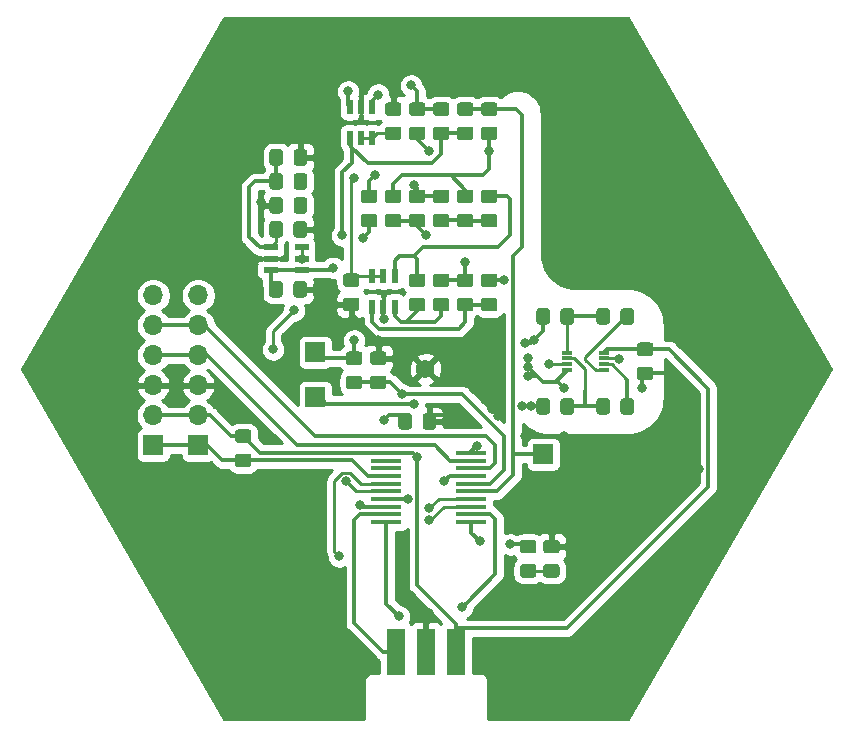
<source format=gtl>
G04 #@! TF.GenerationSoftware,KiCad,Pcbnew,(5.1.6)-1*
G04 #@! TF.CreationDate,2021-02-22T13:26:00+01:00*
G04 #@! TF.ProjectId,SoundModulev2,536f756e-644d-46f6-9475-6c6576322e6b,rev?*
G04 #@! TF.SameCoordinates,Original*
G04 #@! TF.FileFunction,Copper,L1,Top*
G04 #@! TF.FilePolarity,Positive*
%FSLAX46Y46*%
G04 Gerber Fmt 4.6, Leading zero omitted, Abs format (unit mm)*
G04 Created by KiCad (PCBNEW (5.1.6)-1) date 2021-02-22 13:26:00*
%MOMM*%
%LPD*%
G01*
G04 APERTURE LIST*
G04 #@! TA.AperFunction,ComponentPad*
%ADD10R,1.700000X1.700000*%
G04 #@! TD*
G04 #@! TA.AperFunction,SMDPad,CuDef*
%ADD11R,0.850000X0.300000*%
G04 #@! TD*
G04 #@! TA.AperFunction,SMDPad,CuDef*
%ADD12R,1.524000X4.000000*%
G04 #@! TD*
G04 #@! TA.AperFunction,ComponentPad*
%ADD13O,1.700000X1.700000*%
G04 #@! TD*
G04 #@! TA.AperFunction,ComponentPad*
%ADD14C,1.560000*%
G04 #@! TD*
G04 #@! TA.AperFunction,SMDPad,CuDef*
%ADD15R,2.500000X0.450000*%
G04 #@! TD*
G04 #@! TA.AperFunction,SMDPad,CuDef*
%ADD16R,0.550000X1.200000*%
G04 #@! TD*
G04 #@! TA.AperFunction,SMDPad,CuDef*
%ADD17R,1.200000X0.550000*%
G04 #@! TD*
G04 #@! TA.AperFunction,ViaPad*
%ADD18C,0.800000*%
G04 #@! TD*
G04 #@! TA.AperFunction,Conductor*
%ADD19C,0.350000*%
G04 #@! TD*
G04 #@! TA.AperFunction,Conductor*
%ADD20C,0.250000*%
G04 #@! TD*
G04 #@! TA.AperFunction,Conductor*
%ADD21C,0.254000*%
G04 #@! TD*
G04 APERTURE END LIST*
D10*
X113101120Y-76560680D03*
G04 #@! TA.AperFunction,SMDPad,CuDef*
G36*
G01*
X116853121Y-77634680D02*
X115953119Y-77634680D01*
G75*
G02*
X115703120Y-77384681I0J249999D01*
G01*
X115703120Y-76734679D01*
G75*
G02*
X115953119Y-76484680I249999J0D01*
G01*
X116853121Y-76484680D01*
G75*
G02*
X117103120Y-76734679I0J-249999D01*
G01*
X117103120Y-77384681D01*
G75*
G02*
X116853121Y-77634680I-249999J0D01*
G01*
G37*
G04 #@! TD.AperFunction*
G04 #@! TA.AperFunction,SMDPad,CuDef*
G36*
G01*
X116853121Y-79684680D02*
X115953119Y-79684680D01*
G75*
G02*
X115703120Y-79434681I0J249999D01*
G01*
X115703120Y-78784679D01*
G75*
G02*
X115953119Y-78534680I249999J0D01*
G01*
X116853121Y-78534680D01*
G75*
G02*
X117103120Y-78784679I0J-249999D01*
G01*
X117103120Y-79434681D01*
G75*
G02*
X116853121Y-79684680I-249999J0D01*
G01*
G37*
G04 #@! TD.AperFunction*
D11*
X137536120Y-76572680D03*
X137536120Y-77072680D03*
X137536120Y-77572680D03*
X137536120Y-78072680D03*
X134386120Y-78072680D03*
X134386120Y-77572680D03*
X134386120Y-77072680D03*
X134386120Y-76572680D03*
G04 #@! TA.AperFunction,SMDPad,CuDef*
G36*
G01*
X132971120Y-73062679D02*
X132971120Y-73962681D01*
G75*
G02*
X132721121Y-74212680I-249999J0D01*
G01*
X132071119Y-74212680D01*
G75*
G02*
X131821120Y-73962681I0J249999D01*
G01*
X131821120Y-73062679D01*
G75*
G02*
X132071119Y-72812680I249999J0D01*
G01*
X132721121Y-72812680D01*
G75*
G02*
X132971120Y-73062679I0J-249999D01*
G01*
G37*
G04 #@! TD.AperFunction*
G04 #@! TA.AperFunction,SMDPad,CuDef*
G36*
G01*
X135021120Y-73062679D02*
X135021120Y-73962681D01*
G75*
G02*
X134771121Y-74212680I-249999J0D01*
G01*
X134121119Y-74212680D01*
G75*
G02*
X133871120Y-73962681I0J249999D01*
G01*
X133871120Y-73062679D01*
G75*
G02*
X134121119Y-72812680I249999J0D01*
G01*
X134771121Y-72812680D01*
G75*
G02*
X135021120Y-73062679I0J-249999D01*
G01*
G37*
G04 #@! TD.AperFunction*
G04 #@! TA.AperFunction,SMDPad,CuDef*
G36*
G01*
X132971120Y-80682679D02*
X132971120Y-81582681D01*
G75*
G02*
X132721121Y-81832680I-249999J0D01*
G01*
X132071119Y-81832680D01*
G75*
G02*
X131821120Y-81582681I0J249999D01*
G01*
X131821120Y-80682679D01*
G75*
G02*
X132071119Y-80432680I249999J0D01*
G01*
X132721121Y-80432680D01*
G75*
G02*
X132971120Y-80682679I0J-249999D01*
G01*
G37*
G04 #@! TD.AperFunction*
G04 #@! TA.AperFunction,SMDPad,CuDef*
G36*
G01*
X135021120Y-80682679D02*
X135021120Y-81582681D01*
G75*
G02*
X134771121Y-81832680I-249999J0D01*
G01*
X134121119Y-81832680D01*
G75*
G02*
X133871120Y-81582681I0J249999D01*
G01*
X133871120Y-80682679D01*
G75*
G02*
X134121119Y-80432680I249999J0D01*
G01*
X134771121Y-80432680D01*
G75*
G02*
X135021120Y-80682679I0J-249999D01*
G01*
G37*
G04 #@! TD.AperFunction*
G04 #@! TA.AperFunction,SMDPad,CuDef*
G36*
G01*
X138051120Y-73062679D02*
X138051120Y-73962681D01*
G75*
G02*
X137801121Y-74212680I-249999J0D01*
G01*
X137151119Y-74212680D01*
G75*
G02*
X136901120Y-73962681I0J249999D01*
G01*
X136901120Y-73062679D01*
G75*
G02*
X137151119Y-72812680I249999J0D01*
G01*
X137801121Y-72812680D01*
G75*
G02*
X138051120Y-73062679I0J-249999D01*
G01*
G37*
G04 #@! TD.AperFunction*
G04 #@! TA.AperFunction,SMDPad,CuDef*
G36*
G01*
X140101120Y-73062679D02*
X140101120Y-73962681D01*
G75*
G02*
X139851121Y-74212680I-249999J0D01*
G01*
X139201119Y-74212680D01*
G75*
G02*
X138951120Y-73962681I0J249999D01*
G01*
X138951120Y-73062679D01*
G75*
G02*
X139201119Y-72812680I249999J0D01*
G01*
X139851121Y-72812680D01*
G75*
G02*
X140101120Y-73062679I0J-249999D01*
G01*
G37*
G04 #@! TD.AperFunction*
G04 #@! TA.AperFunction,SMDPad,CuDef*
G36*
G01*
X138051120Y-80682679D02*
X138051120Y-81582681D01*
G75*
G02*
X137801121Y-81832680I-249999J0D01*
G01*
X137151119Y-81832680D01*
G75*
G02*
X136901120Y-81582681I0J249999D01*
G01*
X136901120Y-80682679D01*
G75*
G02*
X137151119Y-80432680I249999J0D01*
G01*
X137801121Y-80432680D01*
G75*
G02*
X138051120Y-80682679I0J-249999D01*
G01*
G37*
G04 #@! TD.AperFunction*
G04 #@! TA.AperFunction,SMDPad,CuDef*
G36*
G01*
X140101120Y-80682679D02*
X140101120Y-81582681D01*
G75*
G02*
X139851121Y-81832680I-249999J0D01*
G01*
X139201119Y-81832680D01*
G75*
G02*
X138951120Y-81582681I0J249999D01*
G01*
X138951120Y-80682679D01*
G75*
G02*
X139201119Y-80432680I249999J0D01*
G01*
X139851121Y-80432680D01*
G75*
G02*
X140101120Y-80682679I0J-249999D01*
G01*
G37*
G04 #@! TD.AperFunction*
G04 #@! TA.AperFunction,SMDPad,CuDef*
G36*
G01*
X140591119Y-77772680D02*
X141491121Y-77772680D01*
G75*
G02*
X141741120Y-78022679I0J-249999D01*
G01*
X141741120Y-78672681D01*
G75*
G02*
X141491121Y-78922680I-249999J0D01*
G01*
X140591119Y-78922680D01*
G75*
G02*
X140341120Y-78672681I0J249999D01*
G01*
X140341120Y-78022679D01*
G75*
G02*
X140591119Y-77772680I249999J0D01*
G01*
G37*
G04 #@! TD.AperFunction*
G04 #@! TA.AperFunction,SMDPad,CuDef*
G36*
G01*
X140591119Y-75722680D02*
X141491121Y-75722680D01*
G75*
G02*
X141741120Y-75972679I0J-249999D01*
G01*
X141741120Y-76622681D01*
G75*
G02*
X141491121Y-76872680I-249999J0D01*
G01*
X140591119Y-76872680D01*
G75*
G02*
X140341120Y-76622681I0J249999D01*
G01*
X140341120Y-75972679D01*
G75*
G02*
X140591119Y-75722680I249999J0D01*
G01*
G37*
G04 #@! TD.AperFunction*
D12*
X119941340Y-101918520D03*
X122481340Y-101918520D03*
X125021340Y-101918520D03*
G04 #@! TA.AperFunction,SMDPad,CuDef*
G36*
G01*
X122196120Y-82852681D02*
X122196120Y-81952679D01*
G75*
G02*
X122446119Y-81702680I249999J0D01*
G01*
X123096121Y-81702680D01*
G75*
G02*
X123346120Y-81952679I0J-249999D01*
G01*
X123346120Y-82852681D01*
G75*
G02*
X123096121Y-83102680I-249999J0D01*
G01*
X122446119Y-83102680D01*
G75*
G02*
X122196120Y-82852681I0J249999D01*
G01*
G37*
G04 #@! TD.AperFunction*
G04 #@! TA.AperFunction,SMDPad,CuDef*
G36*
G01*
X120146120Y-82852681D02*
X120146120Y-81952679D01*
G75*
G02*
X120396119Y-81702680I249999J0D01*
G01*
X121046121Y-81702680D01*
G75*
G02*
X121296120Y-81952679I0J-249999D01*
G01*
X121296120Y-82852681D01*
G75*
G02*
X121046121Y-83102680I-249999J0D01*
G01*
X120396119Y-83102680D01*
G75*
G02*
X120146120Y-82852681I0J249999D01*
G01*
G37*
G04 #@! TD.AperFunction*
G04 #@! TA.AperFunction,SMDPad,CuDef*
G36*
G01*
X118885121Y-79675680D02*
X117985119Y-79675680D01*
G75*
G02*
X117735120Y-79425681I0J249999D01*
G01*
X117735120Y-78775679D01*
G75*
G02*
X117985119Y-78525680I249999J0D01*
G01*
X118885121Y-78525680D01*
G75*
G02*
X119135120Y-78775679I0J-249999D01*
G01*
X119135120Y-79425681D01*
G75*
G02*
X118885121Y-79675680I-249999J0D01*
G01*
G37*
G04 #@! TD.AperFunction*
G04 #@! TA.AperFunction,SMDPad,CuDef*
G36*
G01*
X118885121Y-77625680D02*
X117985119Y-77625680D01*
G75*
G02*
X117735120Y-77375681I0J249999D01*
G01*
X117735120Y-76725679D01*
G75*
G02*
X117985119Y-76475680I249999J0D01*
G01*
X118885121Y-76475680D01*
G75*
G02*
X119135120Y-76725679I0J-249999D01*
G01*
X119135120Y-77375681D01*
G75*
G02*
X118885121Y-77625680I-249999J0D01*
G01*
G37*
G04 #@! TD.AperFunction*
G04 #@! TA.AperFunction,SMDPad,CuDef*
G36*
G01*
X128283121Y-71039680D02*
X127383119Y-71039680D01*
G75*
G02*
X127133120Y-70789681I0J249999D01*
G01*
X127133120Y-70139679D01*
G75*
G02*
X127383119Y-69889680I249999J0D01*
G01*
X128283121Y-69889680D01*
G75*
G02*
X128533120Y-70139679I0J-249999D01*
G01*
X128533120Y-70789681D01*
G75*
G02*
X128283121Y-71039680I-249999J0D01*
G01*
G37*
G04 #@! TD.AperFunction*
G04 #@! TA.AperFunction,SMDPad,CuDef*
G36*
G01*
X128283121Y-73089680D02*
X127383119Y-73089680D01*
G75*
G02*
X127133120Y-72839681I0J249999D01*
G01*
X127133120Y-72189679D01*
G75*
G02*
X127383119Y-71939680I249999J0D01*
G01*
X128283121Y-71939680D01*
G75*
G02*
X128533120Y-72189679I0J-249999D01*
G01*
X128533120Y-72839681D01*
G75*
G02*
X128283121Y-73089680I-249999J0D01*
G01*
G37*
G04 #@! TD.AperFunction*
G04 #@! TA.AperFunction,SMDPad,CuDef*
G36*
G01*
X115699119Y-71921680D02*
X116599121Y-71921680D01*
G75*
G02*
X116849120Y-72171679I0J-249999D01*
G01*
X116849120Y-72821681D01*
G75*
G02*
X116599121Y-73071680I-249999J0D01*
G01*
X115699119Y-73071680D01*
G75*
G02*
X115449120Y-72821681I0J249999D01*
G01*
X115449120Y-72171679D01*
G75*
G02*
X115699119Y-71921680I249999J0D01*
G01*
G37*
G04 #@! TD.AperFunction*
G04 #@! TA.AperFunction,SMDPad,CuDef*
G36*
G01*
X115699119Y-69871680D02*
X116599121Y-69871680D01*
G75*
G02*
X116849120Y-70121679I0J-249999D01*
G01*
X116849120Y-70771681D01*
G75*
G02*
X116599121Y-71021680I-249999J0D01*
G01*
X115699119Y-71021680D01*
G75*
G02*
X115449120Y-70771681I0J249999D01*
G01*
X115449120Y-70121679D01*
G75*
G02*
X115699119Y-69871680I249999J0D01*
G01*
G37*
G04 #@! TD.AperFunction*
G04 #@! TA.AperFunction,SMDPad,CuDef*
G36*
G01*
X128283121Y-65977680D02*
X127383119Y-65977680D01*
G75*
G02*
X127133120Y-65727681I0J249999D01*
G01*
X127133120Y-65077679D01*
G75*
G02*
X127383119Y-64827680I249999J0D01*
G01*
X128283121Y-64827680D01*
G75*
G02*
X128533120Y-65077679I0J-249999D01*
G01*
X128533120Y-65727681D01*
G75*
G02*
X128283121Y-65977680I-249999J0D01*
G01*
G37*
G04 #@! TD.AperFunction*
G04 #@! TA.AperFunction,SMDPad,CuDef*
G36*
G01*
X128283121Y-63927680D02*
X127383119Y-63927680D01*
G75*
G02*
X127133120Y-63677681I0J249999D01*
G01*
X127133120Y-63027679D01*
G75*
G02*
X127383119Y-62777680I249999J0D01*
G01*
X128283121Y-62777680D01*
G75*
G02*
X128533120Y-63027679I0J-249999D01*
G01*
X128533120Y-63677681D01*
G75*
G02*
X128283121Y-63927680I-249999J0D01*
G01*
G37*
G04 #@! TD.AperFunction*
G04 #@! TA.AperFunction,SMDPad,CuDef*
G36*
G01*
X111274120Y-64564681D02*
X111274120Y-63664679D01*
G75*
G02*
X111524119Y-63414680I249999J0D01*
G01*
X112174121Y-63414680D01*
G75*
G02*
X112424120Y-63664679I0J-249999D01*
G01*
X112424120Y-64564681D01*
G75*
G02*
X112174121Y-64814680I-249999J0D01*
G01*
X111524119Y-64814680D01*
G75*
G02*
X111274120Y-64564681I0J249999D01*
G01*
G37*
G04 #@! TD.AperFunction*
G04 #@! TA.AperFunction,SMDPad,CuDef*
G36*
G01*
X109224120Y-64564681D02*
X109224120Y-63664679D01*
G75*
G02*
X109474119Y-63414680I249999J0D01*
G01*
X110124121Y-63414680D01*
G75*
G02*
X110374120Y-63664679I0J-249999D01*
G01*
X110374120Y-64564681D01*
G75*
G02*
X110124121Y-64814680I-249999J0D01*
G01*
X109474119Y-64814680D01*
G75*
G02*
X109224120Y-64564681I0J249999D01*
G01*
G37*
G04 #@! TD.AperFunction*
G04 #@! TA.AperFunction,SMDPad,CuDef*
G36*
G01*
X118123121Y-63927680D02*
X117223119Y-63927680D01*
G75*
G02*
X116973120Y-63677681I0J249999D01*
G01*
X116973120Y-63027679D01*
G75*
G02*
X117223119Y-62777680I249999J0D01*
G01*
X118123121Y-62777680D01*
G75*
G02*
X118373120Y-63027679I0J-249999D01*
G01*
X118373120Y-63677681D01*
G75*
G02*
X118123121Y-63927680I-249999J0D01*
G01*
G37*
G04 #@! TD.AperFunction*
G04 #@! TA.AperFunction,SMDPad,CuDef*
G36*
G01*
X118123121Y-65977680D02*
X117223119Y-65977680D01*
G75*
G02*
X116973120Y-65727681I0J249999D01*
G01*
X116973120Y-65077679D01*
G75*
G02*
X117223119Y-64827680I249999J0D01*
G01*
X118123121Y-64827680D01*
G75*
G02*
X118373120Y-65077679I0J-249999D01*
G01*
X118373120Y-65727681D01*
G75*
G02*
X118123121Y-65977680I-249999J0D01*
G01*
G37*
G04 #@! TD.AperFunction*
G04 #@! TA.AperFunction,SMDPad,CuDef*
G36*
G01*
X120155121Y-65977680D02*
X119255119Y-65977680D01*
G75*
G02*
X119005120Y-65727681I0J249999D01*
G01*
X119005120Y-65077679D01*
G75*
G02*
X119255119Y-64827680I249999J0D01*
G01*
X120155121Y-64827680D01*
G75*
G02*
X120405120Y-65077679I0J-249999D01*
G01*
X120405120Y-65727681D01*
G75*
G02*
X120155121Y-65977680I-249999J0D01*
G01*
G37*
G04 #@! TD.AperFunction*
G04 #@! TA.AperFunction,SMDPad,CuDef*
G36*
G01*
X120155121Y-63927680D02*
X119255119Y-63927680D01*
G75*
G02*
X119005120Y-63677681I0J249999D01*
G01*
X119005120Y-63027679D01*
G75*
G02*
X119255119Y-62777680I249999J0D01*
G01*
X120155121Y-62777680D01*
G75*
G02*
X120405120Y-63027679I0J-249999D01*
G01*
X120405120Y-63677681D01*
G75*
G02*
X120155121Y-63927680I-249999J0D01*
G01*
G37*
G04 #@! TD.AperFunction*
G04 #@! TA.AperFunction,SMDPad,CuDef*
G36*
G01*
X120155121Y-58593680D02*
X119255119Y-58593680D01*
G75*
G02*
X119005120Y-58343681I0J249999D01*
G01*
X119005120Y-57693679D01*
G75*
G02*
X119255119Y-57443680I249999J0D01*
G01*
X120155121Y-57443680D01*
G75*
G02*
X120405120Y-57693679I0J-249999D01*
G01*
X120405120Y-58343681D01*
G75*
G02*
X120155121Y-58593680I-249999J0D01*
G01*
G37*
G04 #@! TD.AperFunction*
G04 #@! TA.AperFunction,SMDPad,CuDef*
G36*
G01*
X120155121Y-56543680D02*
X119255119Y-56543680D01*
G75*
G02*
X119005120Y-56293681I0J249999D01*
G01*
X119005120Y-55643679D01*
G75*
G02*
X119255119Y-55393680I249999J0D01*
G01*
X120155121Y-55393680D01*
G75*
G02*
X120405120Y-55643679I0J-249999D01*
G01*
X120405120Y-56293681D01*
G75*
G02*
X120155121Y-56543680I-249999J0D01*
G01*
G37*
G04 #@! TD.AperFunction*
G04 #@! TA.AperFunction,SMDPad,CuDef*
G36*
G01*
X125351119Y-55393680D02*
X126251121Y-55393680D01*
G75*
G02*
X126501120Y-55643679I0J-249999D01*
G01*
X126501120Y-56293681D01*
G75*
G02*
X126251121Y-56543680I-249999J0D01*
G01*
X125351119Y-56543680D01*
G75*
G02*
X125101120Y-56293681I0J249999D01*
G01*
X125101120Y-55643679D01*
G75*
G02*
X125351119Y-55393680I249999J0D01*
G01*
G37*
G04 #@! TD.AperFunction*
G04 #@! TA.AperFunction,SMDPad,CuDef*
G36*
G01*
X125351119Y-57443680D02*
X126251121Y-57443680D01*
G75*
G02*
X126501120Y-57693679I0J-249999D01*
G01*
X126501120Y-58343681D01*
G75*
G02*
X126251121Y-58593680I-249999J0D01*
G01*
X125351119Y-58593680D01*
G75*
G02*
X125101120Y-58343681I0J249999D01*
G01*
X125101120Y-57693679D01*
G75*
G02*
X125351119Y-57443680I249999J0D01*
G01*
G37*
G04 #@! TD.AperFunction*
G04 #@! TA.AperFunction,SMDPad,CuDef*
G36*
G01*
X131585121Y-95632180D02*
X130685119Y-95632180D01*
G75*
G02*
X130435120Y-95382181I0J249999D01*
G01*
X130435120Y-94732179D01*
G75*
G02*
X130685119Y-94482180I249999J0D01*
G01*
X131585121Y-94482180D01*
G75*
G02*
X131835120Y-94732179I0J-249999D01*
G01*
X131835120Y-95382181D01*
G75*
G02*
X131585121Y-95632180I-249999J0D01*
G01*
G37*
G04 #@! TD.AperFunction*
G04 #@! TA.AperFunction,SMDPad,CuDef*
G36*
G01*
X131585121Y-93582180D02*
X130685119Y-93582180D01*
G75*
G02*
X130435120Y-93332181I0J249999D01*
G01*
X130435120Y-92682179D01*
G75*
G02*
X130685119Y-92432180I249999J0D01*
G01*
X131585121Y-92432180D01*
G75*
G02*
X131835120Y-92682179I0J-249999D01*
G01*
X131835120Y-93332181D01*
G75*
G02*
X131585121Y-93582180I-249999J0D01*
G01*
G37*
G04 #@! TD.AperFunction*
D10*
X103195120Y-84434680D03*
D13*
X103195120Y-81894680D03*
X103195120Y-79354680D03*
X103195120Y-76814680D03*
X103195120Y-74274680D03*
X103195120Y-71734680D03*
X99385120Y-71734680D03*
X99385120Y-74274680D03*
X99385120Y-76814680D03*
X99385120Y-79354680D03*
X99385120Y-81894680D03*
D10*
X99385120Y-84434680D03*
X132405120Y-85196680D03*
D14*
X122430620Y-77958680D03*
G04 #@! TA.AperFunction,SMDPad,CuDef*
G36*
G01*
X106555119Y-85129680D02*
X107455121Y-85129680D01*
G75*
G02*
X107705120Y-85379679I0J-249999D01*
G01*
X107705120Y-86029681D01*
G75*
G02*
X107455121Y-86279680I-249999J0D01*
G01*
X106555119Y-86279680D01*
G75*
G02*
X106305120Y-86029681I0J249999D01*
G01*
X106305120Y-85379679D01*
G75*
G02*
X106555119Y-85129680I249999J0D01*
G01*
G37*
G04 #@! TD.AperFunction*
G04 #@! TA.AperFunction,SMDPad,CuDef*
G36*
G01*
X106555119Y-83079680D02*
X107455121Y-83079680D01*
G75*
G02*
X107705120Y-83329679I0J-249999D01*
G01*
X107705120Y-83979681D01*
G75*
G02*
X107455121Y-84229680I-249999J0D01*
G01*
X106555119Y-84229680D01*
G75*
G02*
X106305120Y-83979681I0J249999D01*
G01*
X106305120Y-83329679D01*
G75*
G02*
X106555119Y-83079680I249999J0D01*
G01*
G37*
G04 #@! TD.AperFunction*
G04 #@! TA.AperFunction,SMDPad,CuDef*
G36*
G01*
X133553621Y-93582180D02*
X132653619Y-93582180D01*
G75*
G02*
X132403620Y-93332181I0J249999D01*
G01*
X132403620Y-92682179D01*
G75*
G02*
X132653619Y-92432180I249999J0D01*
G01*
X133553621Y-92432180D01*
G75*
G02*
X133803620Y-92682179I0J-249999D01*
G01*
X133803620Y-93332181D01*
G75*
G02*
X133553621Y-93582180I-249999J0D01*
G01*
G37*
G04 #@! TD.AperFunction*
G04 #@! TA.AperFunction,SMDPad,CuDef*
G36*
G01*
X133553621Y-95632180D02*
X132653619Y-95632180D01*
G75*
G02*
X132403620Y-95382181I0J249999D01*
G01*
X132403620Y-94732179D01*
G75*
G02*
X132653619Y-94482180I249999J0D01*
G01*
X133553621Y-94482180D01*
G75*
G02*
X133803620Y-94732179I0J-249999D01*
G01*
X133803620Y-95382181D01*
G75*
G02*
X133553621Y-95632180I-249999J0D01*
G01*
G37*
G04 #@! TD.AperFunction*
G04 #@! TA.AperFunction,SMDPad,CuDef*
G36*
G01*
X126251121Y-73089680D02*
X125351119Y-73089680D01*
G75*
G02*
X125101120Y-72839681I0J249999D01*
G01*
X125101120Y-72189679D01*
G75*
G02*
X125351119Y-71939680I249999J0D01*
G01*
X126251121Y-71939680D01*
G75*
G02*
X126501120Y-72189679I0J-249999D01*
G01*
X126501120Y-72839681D01*
G75*
G02*
X126251121Y-73089680I-249999J0D01*
G01*
G37*
G04 #@! TD.AperFunction*
G04 #@! TA.AperFunction,SMDPad,CuDef*
G36*
G01*
X126251121Y-71039680D02*
X125351119Y-71039680D01*
G75*
G02*
X125101120Y-70789681I0J249999D01*
G01*
X125101120Y-70139679D01*
G75*
G02*
X125351119Y-69889680I249999J0D01*
G01*
X126251121Y-69889680D01*
G75*
G02*
X126501120Y-70139679I0J-249999D01*
G01*
X126501120Y-70789681D01*
G75*
G02*
X126251121Y-71039680I-249999J0D01*
G01*
G37*
G04 #@! TD.AperFunction*
G04 #@! TA.AperFunction,SMDPad,CuDef*
G36*
G01*
X123319119Y-71939680D02*
X124219121Y-71939680D01*
G75*
G02*
X124469120Y-72189679I0J-249999D01*
G01*
X124469120Y-72839681D01*
G75*
G02*
X124219121Y-73089680I-249999J0D01*
G01*
X123319119Y-73089680D01*
G75*
G02*
X123069120Y-72839681I0J249999D01*
G01*
X123069120Y-72189679D01*
G75*
G02*
X123319119Y-71939680I249999J0D01*
G01*
G37*
G04 #@! TD.AperFunction*
G04 #@! TA.AperFunction,SMDPad,CuDef*
G36*
G01*
X123319119Y-69889680D02*
X124219121Y-69889680D01*
G75*
G02*
X124469120Y-70139679I0J-249999D01*
G01*
X124469120Y-70789681D01*
G75*
G02*
X124219121Y-71039680I-249999J0D01*
G01*
X123319119Y-71039680D01*
G75*
G02*
X123069120Y-70789681I0J249999D01*
G01*
X123069120Y-70139679D01*
G75*
G02*
X123319119Y-69889680I249999J0D01*
G01*
G37*
G04 #@! TD.AperFunction*
G04 #@! TA.AperFunction,SMDPad,CuDef*
G36*
G01*
X112424120Y-61632679D02*
X112424120Y-62532681D01*
G75*
G02*
X112174121Y-62782680I-249999J0D01*
G01*
X111524119Y-62782680D01*
G75*
G02*
X111274120Y-62532681I0J249999D01*
G01*
X111274120Y-61632679D01*
G75*
G02*
X111524119Y-61382680I249999J0D01*
G01*
X112174121Y-61382680D01*
G75*
G02*
X112424120Y-61632679I0J-249999D01*
G01*
G37*
G04 #@! TD.AperFunction*
G04 #@! TA.AperFunction,SMDPad,CuDef*
G36*
G01*
X110374120Y-61632679D02*
X110374120Y-62532681D01*
G75*
G02*
X110124121Y-62782680I-249999J0D01*
G01*
X109474119Y-62782680D01*
G75*
G02*
X109224120Y-62532681I0J249999D01*
G01*
X109224120Y-61632679D01*
G75*
G02*
X109474119Y-61382680I249999J0D01*
G01*
X110124121Y-61382680D01*
G75*
G02*
X110374120Y-61632679I0J-249999D01*
G01*
G37*
G04 #@! TD.AperFunction*
G04 #@! TA.AperFunction,SMDPad,CuDef*
G36*
G01*
X109224120Y-60500681D02*
X109224120Y-59600679D01*
G75*
G02*
X109474119Y-59350680I249999J0D01*
G01*
X110124121Y-59350680D01*
G75*
G02*
X110374120Y-59600679I0J-249999D01*
G01*
X110374120Y-60500681D01*
G75*
G02*
X110124121Y-60750680I-249999J0D01*
G01*
X109474119Y-60750680D01*
G75*
G02*
X109224120Y-60500681I0J249999D01*
G01*
G37*
G04 #@! TD.AperFunction*
G04 #@! TA.AperFunction,SMDPad,CuDef*
G36*
G01*
X111274120Y-60500681D02*
X111274120Y-59600679D01*
G75*
G02*
X111524119Y-59350680I249999J0D01*
G01*
X112174121Y-59350680D01*
G75*
G02*
X112424120Y-59600679I0J-249999D01*
G01*
X112424120Y-60500681D01*
G75*
G02*
X112174121Y-60750680I-249999J0D01*
G01*
X111524119Y-60750680D01*
G75*
G02*
X111274120Y-60500681I0J249999D01*
G01*
G37*
G04 #@! TD.AperFunction*
G04 #@! TA.AperFunction,SMDPad,CuDef*
G36*
G01*
X121287119Y-71939680D02*
X122187121Y-71939680D01*
G75*
G02*
X122437120Y-72189679I0J-249999D01*
G01*
X122437120Y-72839681D01*
G75*
G02*
X122187121Y-73089680I-249999J0D01*
G01*
X121287119Y-73089680D01*
G75*
G02*
X121037120Y-72839681I0J249999D01*
G01*
X121037120Y-72189679D01*
G75*
G02*
X121287119Y-71939680I249999J0D01*
G01*
G37*
G04 #@! TD.AperFunction*
G04 #@! TA.AperFunction,SMDPad,CuDef*
G36*
G01*
X121287119Y-69889680D02*
X122187121Y-69889680D01*
G75*
G02*
X122437120Y-70139679I0J-249999D01*
G01*
X122437120Y-70789681D01*
G75*
G02*
X122187121Y-71039680I-249999J0D01*
G01*
X121287119Y-71039680D01*
G75*
G02*
X121037120Y-70789681I0J249999D01*
G01*
X121037120Y-70139679D01*
G75*
G02*
X121287119Y-69889680I249999J0D01*
G01*
G37*
G04 #@! TD.AperFunction*
G04 #@! TA.AperFunction,SMDPad,CuDef*
G36*
G01*
X126251121Y-63927680D02*
X125351119Y-63927680D01*
G75*
G02*
X125101120Y-63677681I0J249999D01*
G01*
X125101120Y-63027679D01*
G75*
G02*
X125351119Y-62777680I249999J0D01*
G01*
X126251121Y-62777680D01*
G75*
G02*
X126501120Y-63027679I0J-249999D01*
G01*
X126501120Y-63677681D01*
G75*
G02*
X126251121Y-63927680I-249999J0D01*
G01*
G37*
G04 #@! TD.AperFunction*
G04 #@! TA.AperFunction,SMDPad,CuDef*
G36*
G01*
X126251121Y-65977680D02*
X125351119Y-65977680D01*
G75*
G02*
X125101120Y-65727681I0J249999D01*
G01*
X125101120Y-65077679D01*
G75*
G02*
X125351119Y-64827680I249999J0D01*
G01*
X126251121Y-64827680D01*
G75*
G02*
X126501120Y-65077679I0J-249999D01*
G01*
X126501120Y-65727681D01*
G75*
G02*
X126251121Y-65977680I-249999J0D01*
G01*
G37*
G04 #@! TD.AperFunction*
G04 #@! TA.AperFunction,SMDPad,CuDef*
G36*
G01*
X123319119Y-62777680D02*
X124219121Y-62777680D01*
G75*
G02*
X124469120Y-63027679I0J-249999D01*
G01*
X124469120Y-63677681D01*
G75*
G02*
X124219121Y-63927680I-249999J0D01*
G01*
X123319119Y-63927680D01*
G75*
G02*
X123069120Y-63677681I0J249999D01*
G01*
X123069120Y-63027679D01*
G75*
G02*
X123319119Y-62777680I249999J0D01*
G01*
G37*
G04 #@! TD.AperFunction*
G04 #@! TA.AperFunction,SMDPad,CuDef*
G36*
G01*
X123319119Y-64827680D02*
X124219121Y-64827680D01*
G75*
G02*
X124469120Y-65077679I0J-249999D01*
G01*
X124469120Y-65727681D01*
G75*
G02*
X124219121Y-65977680I-249999J0D01*
G01*
X123319119Y-65977680D01*
G75*
G02*
X123069120Y-65727681I0J249999D01*
G01*
X123069120Y-65077679D01*
G75*
G02*
X123319119Y-64827680I249999J0D01*
G01*
G37*
G04 #@! TD.AperFunction*
G04 #@! TA.AperFunction,SMDPad,CuDef*
G36*
G01*
X122187121Y-63927680D02*
X121287119Y-63927680D01*
G75*
G02*
X121037120Y-63677681I0J249999D01*
G01*
X121037120Y-63027679D01*
G75*
G02*
X121287119Y-62777680I249999J0D01*
G01*
X122187121Y-62777680D01*
G75*
G02*
X122437120Y-63027679I0J-249999D01*
G01*
X122437120Y-63677681D01*
G75*
G02*
X122187121Y-63927680I-249999J0D01*
G01*
G37*
G04 #@! TD.AperFunction*
G04 #@! TA.AperFunction,SMDPad,CuDef*
G36*
G01*
X122187121Y-65977680D02*
X121287119Y-65977680D01*
G75*
G02*
X121037120Y-65727681I0J249999D01*
G01*
X121037120Y-65077679D01*
G75*
G02*
X121287119Y-64827680I249999J0D01*
G01*
X122187121Y-64827680D01*
G75*
G02*
X122437120Y-65077679I0J-249999D01*
G01*
X122437120Y-65727681D01*
G75*
G02*
X122187121Y-65977680I-249999J0D01*
G01*
G37*
G04 #@! TD.AperFunction*
G04 #@! TA.AperFunction,SMDPad,CuDef*
G36*
G01*
X121287119Y-55393680D02*
X122187121Y-55393680D01*
G75*
G02*
X122437120Y-55643679I0J-249999D01*
G01*
X122437120Y-56293681D01*
G75*
G02*
X122187121Y-56543680I-249999J0D01*
G01*
X121287119Y-56543680D01*
G75*
G02*
X121037120Y-56293681I0J249999D01*
G01*
X121037120Y-55643679D01*
G75*
G02*
X121287119Y-55393680I249999J0D01*
G01*
G37*
G04 #@! TD.AperFunction*
G04 #@! TA.AperFunction,SMDPad,CuDef*
G36*
G01*
X121287119Y-57443680D02*
X122187121Y-57443680D01*
G75*
G02*
X122437120Y-57693679I0J-249999D01*
G01*
X122437120Y-58343681D01*
G75*
G02*
X122187121Y-58593680I-249999J0D01*
G01*
X121287119Y-58593680D01*
G75*
G02*
X121037120Y-58343681I0J249999D01*
G01*
X121037120Y-57693679D01*
G75*
G02*
X121287119Y-57443680I249999J0D01*
G01*
G37*
G04 #@! TD.AperFunction*
G04 #@! TA.AperFunction,SMDPad,CuDef*
G36*
G01*
X124219121Y-58593680D02*
X123319119Y-58593680D01*
G75*
G02*
X123069120Y-58343681I0J249999D01*
G01*
X123069120Y-57693679D01*
G75*
G02*
X123319119Y-57443680I249999J0D01*
G01*
X124219121Y-57443680D01*
G75*
G02*
X124469120Y-57693679I0J-249999D01*
G01*
X124469120Y-58343681D01*
G75*
G02*
X124219121Y-58593680I-249999J0D01*
G01*
G37*
G04 #@! TD.AperFunction*
G04 #@! TA.AperFunction,SMDPad,CuDef*
G36*
G01*
X124219121Y-56543680D02*
X123319119Y-56543680D01*
G75*
G02*
X123069120Y-56293681I0J249999D01*
G01*
X123069120Y-55643679D01*
G75*
G02*
X123319119Y-55393680I249999J0D01*
G01*
X124219121Y-55393680D01*
G75*
G02*
X124469120Y-55643679I0J-249999D01*
G01*
X124469120Y-56293681D01*
G75*
G02*
X124219121Y-56543680I-249999J0D01*
G01*
G37*
G04 #@! TD.AperFunction*
G04 #@! TA.AperFunction,SMDPad,CuDef*
G36*
G01*
X127383119Y-57443680D02*
X128283121Y-57443680D01*
G75*
G02*
X128533120Y-57693679I0J-249999D01*
G01*
X128533120Y-58343681D01*
G75*
G02*
X128283121Y-58593680I-249999J0D01*
G01*
X127383119Y-58593680D01*
G75*
G02*
X127133120Y-58343681I0J249999D01*
G01*
X127133120Y-57693679D01*
G75*
G02*
X127383119Y-57443680I249999J0D01*
G01*
G37*
G04 #@! TD.AperFunction*
G04 #@! TA.AperFunction,SMDPad,CuDef*
G36*
G01*
X127383119Y-55393680D02*
X128283121Y-55393680D01*
G75*
G02*
X128533120Y-55643679I0J-249999D01*
G01*
X128533120Y-56293681D01*
G75*
G02*
X128283121Y-56543680I-249999J0D01*
G01*
X127383119Y-56543680D01*
G75*
G02*
X127133120Y-56293681I0J249999D01*
G01*
X127133120Y-55643679D01*
G75*
G02*
X127383119Y-55393680I249999J0D01*
G01*
G37*
G04 #@! TD.AperFunction*
D15*
X119133620Y-85069680D03*
X119133620Y-85719680D03*
X119133620Y-86369680D03*
X119133620Y-87019680D03*
X119133620Y-87669680D03*
X119133620Y-88319680D03*
X119133620Y-88969680D03*
X119133620Y-89619680D03*
X119133620Y-90269680D03*
X119133620Y-90919680D03*
X126333620Y-90919680D03*
X126333620Y-90269680D03*
X126333620Y-89619680D03*
X126333620Y-88969680D03*
X126333620Y-88319680D03*
X126333620Y-87669680D03*
X126333620Y-87019680D03*
X126333620Y-86369680D03*
X126333620Y-85719680D03*
X126333620Y-85069680D03*
D16*
X117927120Y-70083680D03*
X118877120Y-70083680D03*
X119827120Y-70083680D03*
X119827120Y-72699880D03*
X118877120Y-72699880D03*
X117927120Y-72699880D03*
D17*
X109341920Y-67670680D03*
X109341920Y-68620680D03*
X109341920Y-69570680D03*
X111958120Y-69570680D03*
X111958120Y-68620680D03*
X111958120Y-67670680D03*
D16*
X117927120Y-55783480D03*
X116977120Y-55783480D03*
X116027120Y-55783480D03*
X116027120Y-58399680D03*
X116977120Y-58399680D03*
X117927120Y-58399680D03*
G04 #@! TA.AperFunction,SMDPad,CuDef*
G36*
G01*
X109215120Y-66596681D02*
X109215120Y-65696679D01*
G75*
G02*
X109465119Y-65446680I249999J0D01*
G01*
X110115121Y-65446680D01*
G75*
G02*
X110365120Y-65696679I0J-249999D01*
G01*
X110365120Y-66596681D01*
G75*
G02*
X110115121Y-66846680I-249999J0D01*
G01*
X109465119Y-66846680D01*
G75*
G02*
X109215120Y-66596681I0J249999D01*
G01*
G37*
G04 #@! TD.AperFunction*
G04 #@! TA.AperFunction,SMDPad,CuDef*
G36*
G01*
X111265120Y-66596681D02*
X111265120Y-65696679D01*
G75*
G02*
X111515119Y-65446680I249999J0D01*
G01*
X112165121Y-65446680D01*
G75*
G02*
X112415120Y-65696679I0J-249999D01*
G01*
X112415120Y-66596681D01*
G75*
G02*
X112165121Y-66846680I-249999J0D01*
G01*
X111515119Y-66846680D01*
G75*
G02*
X111265120Y-66596681I0J249999D01*
G01*
G37*
G04 #@! TD.AperFunction*
G04 #@! TA.AperFunction,SMDPad,CuDef*
G36*
G01*
X111256120Y-71676681D02*
X111256120Y-70776679D01*
G75*
G02*
X111506119Y-70526680I249999J0D01*
G01*
X112156121Y-70526680D01*
G75*
G02*
X112406120Y-70776679I0J-249999D01*
G01*
X112406120Y-71676681D01*
G75*
G02*
X112156121Y-71926680I-249999J0D01*
G01*
X111506119Y-71926680D01*
G75*
G02*
X111256120Y-71676681I0J249999D01*
G01*
G37*
G04 #@! TD.AperFunction*
G04 #@! TA.AperFunction,SMDPad,CuDef*
G36*
G01*
X109206120Y-71676681D02*
X109206120Y-70776679D01*
G75*
G02*
X109456119Y-70526680I249999J0D01*
G01*
X110106121Y-70526680D01*
G75*
G02*
X110356120Y-70776679I0J-249999D01*
G01*
X110356120Y-71676681D01*
G75*
G02*
X110106121Y-71926680I-249999J0D01*
G01*
X109456119Y-71926680D01*
G75*
G02*
X109206120Y-71676681I0J249999D01*
G01*
G37*
G04 #@! TD.AperFunction*
D10*
X113101120Y-80370680D03*
D18*
X131656120Y-75544680D03*
X131402120Y-81132680D03*
X131135120Y-77068680D03*
X131135120Y-77830680D03*
X131135120Y-78592680D03*
X128849120Y-77068680D03*
X124277120Y-81894680D03*
X122753120Y-98658680D03*
X126817120Y-84447680D03*
X118943120Y-73766680D03*
X107767120Y-68686680D03*
X108529120Y-63860680D03*
X113355120Y-60304680D03*
X114117120Y-72496680D03*
X118435120Y-75544680D03*
X116911120Y-52430680D03*
X119705120Y-52430680D03*
X125801120Y-79100680D03*
X134691120Y-92816680D03*
X113355120Y-71226680D03*
X113355120Y-66146680D03*
X128849120Y-77830680D03*
X129103120Y-106532680D03*
X131643120Y-106532680D03*
X134183120Y-106532680D03*
X136723120Y-106532680D03*
X139263120Y-106532680D03*
X116403120Y-106532680D03*
X113863120Y-106532680D03*
X111323120Y-106532680D03*
X108783120Y-106532680D03*
X106243120Y-106532680D03*
X106243120Y-49382680D03*
X110053120Y-49382680D03*
X113863120Y-49382680D03*
X117673120Y-49382680D03*
X121483120Y-49382680D03*
X125293120Y-49382680D03*
X129103120Y-49382680D03*
X132913120Y-49382680D03*
X136723120Y-49382680D03*
X139263120Y-50652680D03*
X140533120Y-53192680D03*
X142311120Y-56494680D03*
X144089120Y-59288680D03*
X146121120Y-62336680D03*
X147899120Y-65638680D03*
X149677120Y-68686680D03*
X151455120Y-71734680D03*
X152979120Y-74528680D03*
X154503120Y-77576680D03*
X153233120Y-80624680D03*
X151963120Y-83418680D03*
X148407120Y-89768680D03*
X146629120Y-93070680D03*
X144851120Y-95864680D03*
X143327120Y-98912680D03*
X141803120Y-101198680D03*
X140279120Y-103992680D03*
X104719120Y-103992680D03*
X103195120Y-101198680D03*
X101671120Y-98658680D03*
X100147120Y-96118680D03*
X98623120Y-93324680D03*
X97099120Y-90784680D03*
X95575120Y-88244680D03*
X94051120Y-85450680D03*
X92527120Y-82402680D03*
X91003120Y-79862680D03*
X89987120Y-77830680D03*
X91257120Y-75544680D03*
X92781120Y-73258680D03*
X93797120Y-70972680D03*
X95575120Y-68432680D03*
X97099120Y-66146680D03*
X98623120Y-63098680D03*
X100147120Y-60304680D03*
X101925120Y-57764680D03*
X103195120Y-55224680D03*
X104465120Y-52430680D03*
X125801120Y-82402680D03*
X131135120Y-87482680D03*
X132151120Y-87482680D03*
X133167120Y-87482680D03*
X130881120Y-83672680D03*
X135453120Y-84434680D03*
X137485120Y-86974680D03*
X140025120Y-84434680D03*
X142057120Y-86974680D03*
X144343120Y-84434680D03*
X145613120Y-86466680D03*
X133167120Y-98658680D03*
X129357120Y-98658680D03*
X131389120Y-101198680D03*
X137485120Y-99420680D03*
X139771120Y-92562680D03*
X142057120Y-90276680D03*
X137231120Y-90530680D03*
X131643120Y-90530680D03*
X109291120Y-87736680D03*
X111577120Y-89514680D03*
X112847120Y-92308680D03*
X112085120Y-101198680D03*
X108275120Y-96626680D03*
X103957120Y-89768680D03*
X95575120Y-75798680D03*
X100655120Y-68178680D03*
X104465120Y-61828680D03*
X107513120Y-57510680D03*
X111069120Y-54716680D03*
X126563120Y-52938680D03*
X131135120Y-52938680D03*
X136215120Y-53446680D03*
X133929120Y-68940680D03*
X136977120Y-68940680D03*
X140279120Y-68940680D03*
X144089120Y-69194680D03*
X146629120Y-71226680D03*
X147645120Y-74782680D03*
X150439120Y-77322680D03*
X141549120Y-96372680D03*
X135453120Y-103230680D03*
X128087120Y-101452680D03*
X135199120Y-58526680D03*
X139771120Y-58526680D03*
X135707120Y-64876680D03*
X140787120Y-63606680D03*
X132913120Y-61828680D03*
X107513120Y-101198680D03*
X112593120Y-97134680D03*
X108529120Y-91546680D03*
X103195120Y-94086680D03*
X99131120Y-87482680D03*
X140787120Y-79608680D03*
X135707120Y-95864680D03*
X136469120Y-95864680D03*
X136977120Y-93324680D03*
X115387120Y-102976680D03*
X111831120Y-78338680D03*
X114371120Y-78338680D03*
X107767120Y-75544680D03*
X106751120Y-73004680D03*
X105989120Y-81132680D03*
X137739120Y-61828680D03*
X143835120Y-80370680D03*
X143073120Y-82910680D03*
X143835120Y-73258680D03*
X142565120Y-70972680D03*
X127452120Y-80624680D03*
X95321120Y-80370680D03*
X104465120Y-65638680D03*
X134183120Y-79608680D03*
X128087120Y-81386680D03*
X128608121Y-81907681D03*
X134183120Y-83672680D03*
X121737120Y-85450680D03*
X118943120Y-82275680D03*
X120467120Y-80116686D03*
X129090120Y-70464680D03*
X125547120Y-98150680D03*
X120213120Y-98912680D03*
X120962120Y-89006680D03*
X121430620Y-80931180D03*
X127071120Y-92562680D03*
X129611120Y-92816680D03*
X122753120Y-59542680D03*
X127833120Y-59542680D03*
X125801120Y-68940680D03*
X114625120Y-69395680D03*
X116910935Y-89494713D03*
X116403120Y-75544680D03*
X115895120Y-54462680D03*
X121229140Y-53954680D03*
X116403120Y-61828680D03*
X119705120Y-58018680D03*
X116149120Y-70464680D03*
X115735936Y-87482680D03*
X122754416Y-90786303D03*
X111958120Y-68620680D03*
X111831120Y-64114680D03*
X111323120Y-73004680D03*
X109545120Y-76306680D03*
X121483120Y-62349680D03*
X118181120Y-61574680D03*
X115387120Y-66654680D03*
X117165120Y-66908680D03*
X118435120Y-54729680D03*
X122499120Y-66654680D03*
X122753120Y-89768680D03*
X111849120Y-62082680D03*
X130640120Y-81132680D03*
X130881120Y-75798680D03*
X115133120Y-93832680D03*
X132913120Y-77576680D03*
X124023120Y-87482680D03*
X138792211Y-77128466D03*
D19*
X99385120Y-79354680D02*
X103195120Y-79354680D01*
X122753120Y-81894680D02*
X124277120Y-81894680D01*
X122481340Y-101918520D02*
X122481340Y-98930460D01*
X122481340Y-98930460D02*
X122753120Y-98658680D01*
X126333620Y-85069680D02*
X126333620Y-84931180D01*
X126333620Y-84931180D02*
X126817120Y-84447680D01*
X118877120Y-72699880D02*
X118877120Y-73700680D01*
X118877120Y-73700680D02*
X118943120Y-73766680D01*
X109341920Y-68620680D02*
X107833120Y-68620680D01*
X107833120Y-68620680D02*
X107767120Y-68686680D01*
X109799120Y-64114680D02*
X108783120Y-64114680D01*
X108783120Y-64114680D02*
X108529120Y-63860680D01*
X111849120Y-60050680D02*
X113101120Y-60050680D01*
X113101120Y-60050680D02*
X113355120Y-60304680D01*
X116149120Y-72496680D02*
X114117120Y-72496680D01*
X118435120Y-77050680D02*
X118435120Y-75544680D01*
X116977120Y-52496680D02*
X116911120Y-52430680D01*
X116977120Y-55783480D02*
X116977120Y-52496680D01*
X119705120Y-55968680D02*
X119705120Y-52430680D01*
X134500620Y-93007180D02*
X134691120Y-92816680D01*
X133103620Y-93007180D02*
X134500620Y-93007180D01*
X111831120Y-71226680D02*
X113355120Y-71226680D01*
X111958120Y-66255680D02*
X111849120Y-66146680D01*
X111840120Y-66146680D02*
X113355120Y-66146680D01*
X116149120Y-73258680D02*
X118435120Y-75544680D01*
X116149120Y-72496680D02*
X116149120Y-73258680D01*
X133421120Y-79062681D02*
X134386120Y-78097681D01*
X140787120Y-78601680D02*
X141041120Y-78347680D01*
X140787120Y-79608680D02*
X140787120Y-78601680D01*
X132367121Y-79062681D02*
X133421120Y-79062681D01*
X131135120Y-77830680D02*
X131897120Y-78592680D01*
X131135120Y-78592680D02*
X131897120Y-78592680D01*
X131897120Y-78592680D02*
X132367121Y-79062681D01*
X131135120Y-77830680D02*
X132367121Y-79062681D01*
X131135120Y-77068680D02*
X131135120Y-77830680D01*
X141041120Y-78347680D02*
X142574120Y-78347680D01*
X133421120Y-79062681D02*
X133637121Y-79062681D01*
X133637121Y-79062681D02*
X134183120Y-79608680D01*
X125021340Y-99568520D02*
X125031500Y-99558360D01*
X103195120Y-81894680D02*
X99385120Y-81894680D01*
X104211120Y-81894680D02*
X103957120Y-81894680D01*
X107005120Y-83654680D02*
X105971120Y-83654680D01*
X103957120Y-81894680D02*
X103195120Y-81894680D01*
X105971120Y-83654680D02*
X104211120Y-81894680D01*
X108420120Y-85069680D02*
X107005120Y-83654680D01*
X119133620Y-85069680D02*
X108420120Y-85069680D01*
X119133620Y-85069680D02*
X121356120Y-85069680D01*
X121737120Y-96284300D02*
X121737120Y-86016365D01*
X121356120Y-85069680D02*
X121737120Y-85450680D01*
X125021340Y-99568520D02*
X121737120Y-96284300D01*
X121737120Y-86016365D02*
X121737120Y-85450680D01*
X120703120Y-81894680D02*
X119324120Y-81894680D01*
X119324120Y-81894680D02*
X118943120Y-82275680D01*
X137786119Y-76297680D02*
X137536120Y-76547679D01*
X141041120Y-76297680D02*
X137786119Y-76297680D01*
X125021340Y-99910900D02*
X134454900Y-99910900D01*
X125021340Y-99910900D02*
X125021340Y-99568520D01*
X125021340Y-101918520D02*
X125021340Y-99910900D01*
X146388121Y-87977679D02*
X146388121Y-79621681D01*
X134454900Y-99910900D02*
X146388121Y-87977679D01*
X143064120Y-76297680D02*
X141041120Y-76297680D01*
X146388121Y-79621681D02*
X143064120Y-76297680D01*
X118435120Y-79100680D02*
X118435130Y-79100680D01*
X127933620Y-87669680D02*
X129103120Y-86500180D01*
X129103120Y-83672680D02*
X125547126Y-80116686D01*
X121032805Y-80116686D02*
X120467120Y-80116686D01*
X129103120Y-86500180D02*
X129103120Y-83672680D01*
X125547126Y-80116686D02*
X121032805Y-80116686D01*
X126333620Y-87669680D02*
X127933620Y-87669680D01*
X119451114Y-79100680D02*
X120467120Y-80116686D01*
X118435120Y-79100680D02*
X119451114Y-79100680D01*
X118426120Y-79109680D02*
X118435120Y-79100680D01*
X116403120Y-79109680D02*
X118426120Y-79109680D01*
X129090120Y-70464680D02*
X127833120Y-70464680D01*
X117927120Y-73649880D02*
X117927120Y-72699880D01*
X125801120Y-74020680D02*
X125251110Y-74570690D01*
X118477130Y-74570690D02*
X117927120Y-74020680D01*
X117927120Y-74020680D02*
X117927120Y-73649880D01*
X125801120Y-72514680D02*
X125801120Y-74020680D01*
X125251110Y-74570690D02*
X118477130Y-74570690D01*
X127833120Y-72514680D02*
X125801120Y-72514680D01*
X125801120Y-55968680D02*
X127833120Y-55968680D01*
X131205120Y-85196680D02*
X129865120Y-85196680D01*
X132405120Y-85196680D02*
X131205120Y-85196680D01*
X129865120Y-76052680D02*
X129865120Y-85196680D01*
X130101120Y-55968680D02*
X130627120Y-56494680D01*
X129865120Y-68432680D02*
X129865120Y-76052680D01*
X130627120Y-56494680D02*
X130627120Y-67670680D01*
X127833120Y-55968680D02*
X130101120Y-55968680D01*
X130627120Y-67670680D02*
X129865120Y-68432680D01*
X128520120Y-88319680D02*
X126333620Y-88319680D01*
X129865120Y-85196680D02*
X129865120Y-86974680D01*
X129865120Y-86974680D02*
X128520120Y-88319680D01*
X99385120Y-84434680D02*
X103195120Y-84434680D01*
X103195120Y-84434680D02*
X103957120Y-84434680D01*
X103957120Y-84434680D02*
X105227120Y-85704680D01*
X105227120Y-85704680D02*
X107005120Y-85704680D01*
X116218620Y-85704680D02*
X107005120Y-85704680D01*
X117533620Y-87019680D02*
X119133620Y-87019680D01*
X116218620Y-85704680D02*
X117533620Y-87019680D01*
X99385120Y-76814680D02*
X103195120Y-76814680D01*
X103957120Y-76814680D02*
X103195120Y-76814680D01*
X111577120Y-84434680D02*
X103957120Y-76814680D01*
X123261120Y-84434680D02*
X111577120Y-84434680D01*
X126333620Y-85719680D02*
X124546120Y-85719680D01*
X124546120Y-85719680D02*
X123261120Y-84434680D01*
X99385120Y-74274680D02*
X103195120Y-74274680D01*
X103703120Y-74274680D02*
X103195120Y-74274680D01*
X113101120Y-83672680D02*
X103703120Y-74274680D01*
X127933620Y-86369680D02*
X128341120Y-85962180D01*
X128341120Y-85962180D02*
X128341120Y-84434680D01*
X128341120Y-84434680D02*
X127579120Y-83672680D01*
X126333620Y-86369680D02*
X127933620Y-86369680D01*
X127579120Y-83672680D02*
X113101120Y-83672680D01*
X127933620Y-90269680D02*
X128341120Y-90677180D01*
X128341120Y-95356680D02*
X125947119Y-97750681D01*
X126333620Y-90269680D02*
X127933620Y-90269680D01*
X128341120Y-90677180D02*
X128341120Y-95356680D01*
X125947119Y-97750681D02*
X125547120Y-98150680D01*
X119133620Y-90919680D02*
X119133620Y-97833180D01*
X119133620Y-97833180D02*
X120213120Y-98912680D01*
X116403120Y-99492300D02*
X118829340Y-101918520D01*
X116403120Y-90784680D02*
X116403120Y-99492300D01*
X119133620Y-90269680D02*
X116918120Y-90269680D01*
X118829340Y-101918520D02*
X119941340Y-101918520D01*
X116918120Y-90269680D02*
X116403120Y-90784680D01*
X119170620Y-89006680D02*
X119133620Y-88969680D01*
X120962120Y-89006680D02*
X119170620Y-89006680D01*
X114042620Y-80931180D02*
X113863120Y-80751680D01*
X116201620Y-80931180D02*
X114042620Y-80931180D01*
X116201620Y-80931180D02*
X121430620Y-80931180D01*
X115623620Y-80931180D02*
X116201620Y-80931180D01*
X113482120Y-80370680D02*
X114042620Y-80931180D01*
X113101120Y-80370680D02*
X113482120Y-80370680D01*
D20*
X131135120Y-95057180D02*
X133103620Y-95057180D01*
D19*
X126333620Y-90919680D02*
X126333620Y-91825180D01*
X126333620Y-91825180D02*
X127071120Y-92562680D01*
X130944620Y-92816680D02*
X131135120Y-93007180D01*
X129611120Y-92816680D02*
X130944620Y-92816680D01*
X120213120Y-68432680D02*
X119827120Y-68818680D01*
X119827120Y-68818680D02*
X119827120Y-70083680D01*
X121483120Y-68432680D02*
X120213120Y-68432680D01*
X121737120Y-70464680D02*
X121737120Y-68686680D01*
X121737120Y-68686680D02*
X121483120Y-68432680D01*
X121483120Y-68432680D02*
X122245120Y-67670680D01*
X122245120Y-67670680D02*
X128595120Y-67670680D01*
X128595120Y-67670680D02*
X129611120Y-66654680D01*
X129611120Y-66654680D02*
X129611120Y-63606680D01*
X129357120Y-63352680D02*
X127833120Y-63352680D01*
X129611120Y-63606680D02*
X129357120Y-63352680D01*
X125783120Y-70446680D02*
X125801120Y-70464680D01*
X123769120Y-70446680D02*
X125783120Y-70446680D01*
X120467120Y-61574680D02*
X119705120Y-62336680D01*
X124598120Y-61574680D02*
X120467120Y-61574680D01*
X119705120Y-62336680D02*
X119705120Y-63352680D01*
X125801120Y-63352680D02*
X125801120Y-62777680D01*
X125801120Y-62777680D02*
X124598120Y-61574680D01*
X127325120Y-61574680D02*
X127833120Y-61066680D01*
X124598120Y-61574680D02*
X127325120Y-61574680D01*
X121737120Y-58018680D02*
X121737120Y-58526680D01*
X121737120Y-58526680D02*
X122753120Y-59542680D01*
X127833120Y-58018680D02*
X127833120Y-59542680D01*
X127833120Y-59542680D02*
X127833120Y-61066680D01*
X125801120Y-70464680D02*
X125801120Y-68940680D01*
X111958120Y-69570680D02*
X109341920Y-69570680D01*
X111958120Y-69570680D02*
X114450120Y-69570680D01*
X114450120Y-69570680D02*
X114625120Y-69395680D01*
X109341920Y-70787480D02*
X109781120Y-71226680D01*
X109341920Y-69570680D02*
X109341920Y-70787480D01*
X117035902Y-89619680D02*
X119133620Y-89619680D01*
X116910935Y-89494713D02*
X117035902Y-89619680D01*
X116403120Y-77059680D02*
X116403120Y-75544680D01*
X113600120Y-77059680D02*
X113101120Y-76560680D01*
X114616120Y-77059680D02*
X113600120Y-77059680D01*
X114616120Y-77059680D02*
X114117120Y-77059680D01*
X116412120Y-77059680D02*
X114616120Y-77059680D01*
X123769120Y-73512680D02*
X123769120Y-72496680D01*
X123261120Y-74020680D02*
X123769120Y-73512680D01*
X120345120Y-74020680D02*
X123261120Y-74020680D01*
X119827120Y-72699880D02*
X119827120Y-73502680D01*
X119827120Y-73502680D02*
X120345120Y-74020680D01*
X120806120Y-74020680D02*
X120345120Y-74020680D01*
X121737120Y-73089680D02*
X120806120Y-74020680D01*
X121737120Y-72514680D02*
X121737120Y-73089680D01*
X115895120Y-55651480D02*
X116027120Y-55783480D01*
X115895120Y-54462680D02*
X115895120Y-55651480D01*
X121737120Y-55968680D02*
X123769120Y-55968680D01*
X121737120Y-55968680D02*
X121737120Y-54462660D01*
X121737120Y-54462660D02*
X121229140Y-53954680D01*
X108391920Y-67670680D02*
X107513120Y-66791880D01*
X109341920Y-67670680D02*
X108391920Y-67670680D01*
X107513120Y-66791880D02*
X107513120Y-62590680D01*
X108021120Y-62082680D02*
X109799120Y-62082680D01*
X107513120Y-62590680D02*
X108021120Y-62082680D01*
X109799120Y-60050680D02*
X109799120Y-62082680D01*
D20*
X109790120Y-67222480D02*
X109341920Y-67670680D01*
X109790120Y-66146680D02*
X109790120Y-67222480D01*
X116977120Y-58399680D02*
X117927120Y-58399680D01*
X118308120Y-58018680D02*
X117927120Y-58399680D01*
X119705120Y-58018680D02*
X118308120Y-58018680D01*
X118877120Y-70083680D02*
X117927120Y-70083680D01*
X116512120Y-70083680D02*
X116149120Y-70446680D01*
X117927120Y-70083680D02*
X116512120Y-70083680D01*
X116149120Y-70446680D02*
X116149120Y-63288490D01*
X116149120Y-63288490D02*
X116149120Y-62082680D01*
X116149120Y-62082680D02*
X116403120Y-61828680D01*
X116149120Y-70446680D02*
X116149120Y-70464680D01*
X116572936Y-88319680D02*
X116836120Y-88319680D01*
X115735936Y-87482680D02*
X116572936Y-88319680D01*
X116836120Y-88319680D02*
X119133620Y-88319680D01*
X122808499Y-90786303D02*
X122754416Y-90786303D01*
X126333620Y-89619680D02*
X123975122Y-89619680D01*
X123975122Y-89619680D02*
X122808499Y-90786303D01*
X111958120Y-67670680D02*
X111958120Y-68620680D01*
X111849120Y-64114680D02*
X111831120Y-64114680D01*
X111323120Y-73004680D02*
X109545120Y-74782680D01*
X109545120Y-74782680D02*
X109545120Y-76306680D01*
D19*
X125801120Y-65402680D02*
X127833120Y-65402680D01*
X125783120Y-65384680D02*
X125801120Y-65402680D01*
X123769120Y-65384680D02*
X125783120Y-65384680D01*
X121737120Y-63352680D02*
X123769120Y-63352680D01*
X121737120Y-63352680D02*
X121737120Y-62603680D01*
X121737120Y-62603680D02*
X121483120Y-62349680D01*
X117673120Y-62777680D02*
X117673120Y-63352680D01*
X118181120Y-61574680D02*
X117673120Y-62082680D01*
X117673120Y-62082680D02*
X117673120Y-62777680D01*
X125801120Y-58018680D02*
X123769120Y-58018680D01*
X123769120Y-58018680D02*
X123769120Y-59796680D01*
X123769120Y-59796680D02*
X123007120Y-60558680D01*
X116027120Y-59035678D02*
X116027120Y-58399680D01*
X123007120Y-60558680D02*
X117550122Y-60558680D01*
X116214621Y-59223179D02*
X116214621Y-60493179D01*
X116214621Y-59223179D02*
X116027120Y-59035678D01*
X117550122Y-60558680D02*
X116214621Y-59223179D01*
X116214621Y-60493179D02*
X115387120Y-61320680D01*
X115387120Y-61320680D02*
X115387120Y-66654680D01*
X117673120Y-65402680D02*
X117673120Y-66400680D01*
X117673120Y-66400680D02*
X117165120Y-66908680D01*
X119705120Y-65402680D02*
X121737120Y-65402680D01*
X117927120Y-55783480D02*
X117927120Y-55237680D01*
X117927120Y-55237680D02*
X118435120Y-54729680D01*
X121737120Y-65892680D02*
X122499120Y-66654680D01*
X121737120Y-65402680D02*
X121737120Y-65892680D01*
D20*
X126333620Y-88969680D02*
X123552120Y-88969680D01*
X123552120Y-88969680D02*
X122753120Y-89768680D01*
D19*
X130640120Y-81132680D02*
X132396120Y-81132680D01*
X130881120Y-75798680D02*
X131389120Y-75798680D01*
X132396120Y-74791680D02*
X132396120Y-73512680D01*
X131389120Y-75798680D02*
X132396120Y-74791680D01*
D20*
X135046122Y-77072680D02*
X135961120Y-77987678D01*
X134386120Y-77072680D02*
X135046122Y-77072680D01*
X134446120Y-81132680D02*
X134691120Y-81132680D01*
X137231120Y-81132680D02*
X137476120Y-81132680D01*
X135961120Y-79862680D02*
X135961120Y-77987678D01*
D19*
X135961120Y-79862680D02*
X135961120Y-81132680D01*
X134446120Y-81132680D02*
X135961120Y-81132680D01*
X135961120Y-81132680D02*
X137476120Y-81132680D01*
D20*
X138211120Y-77572680D02*
X137536120Y-77572680D01*
X139526120Y-78887680D02*
X138211120Y-77572680D01*
D19*
X139526120Y-81132680D02*
X139526120Y-78887680D01*
X137476120Y-73512680D02*
X134446120Y-73512680D01*
D20*
X134386120Y-73572680D02*
X134446120Y-73512680D01*
X134386120Y-76572680D02*
X134386120Y-73572680D01*
X136861120Y-78072680D02*
X135961120Y-77172680D01*
X137536120Y-78072680D02*
X136861120Y-78072680D01*
X139436118Y-73512680D02*
X139526120Y-73512680D01*
X135961120Y-76987678D02*
X139436118Y-73512680D01*
X135961120Y-77172680D02*
X135961120Y-76987678D01*
X114916119Y-93615679D02*
X115133120Y-93832680D01*
X134386120Y-77572680D02*
X133171120Y-77572680D01*
X116995938Y-87669680D02*
X119133620Y-87669680D01*
X115387935Y-86757679D02*
X116083937Y-86757679D01*
X114733121Y-93432681D02*
X114733121Y-87412493D01*
X116083937Y-86757679D02*
X116995938Y-87669680D01*
X114733121Y-87412493D02*
X115387935Y-86757679D01*
X115133120Y-93832680D02*
X114733121Y-93432681D01*
D19*
X133171120Y-77572680D02*
X132917120Y-77572680D01*
X132917120Y-77572680D02*
X132913120Y-77576680D01*
X126333620Y-87019680D02*
X124486120Y-87019680D01*
X124486120Y-87019680D02*
X124023120Y-87482680D01*
D20*
X138736425Y-77072680D02*
X137536120Y-77072680D01*
X138792211Y-77128466D02*
X138736425Y-77072680D01*
D21*
G36*
X156737896Y-77941800D02*
G01*
X139618951Y-107592500D01*
X127731120Y-107592500D01*
X127731120Y-104369099D01*
X127734313Y-104336680D01*
X127721570Y-104207297D01*
X127683830Y-104082887D01*
X127622545Y-103968230D01*
X127540068Y-103867732D01*
X127439570Y-103785255D01*
X127324913Y-103723970D01*
X127200503Y-103686230D01*
X127103539Y-103676680D01*
X127071120Y-103673487D01*
X127038701Y-103676680D01*
X126421412Y-103676680D01*
X126421412Y-100720900D01*
X134415112Y-100720900D01*
X134454900Y-100724819D01*
X134494688Y-100720900D01*
X134494691Y-100720900D01*
X134613688Y-100709180D01*
X134766373Y-100662863D01*
X134907089Y-100587649D01*
X135030428Y-100486428D01*
X135055800Y-100455512D01*
X146932735Y-88578577D01*
X146963649Y-88553207D01*
X147040377Y-88459713D01*
X147064870Y-88429869D01*
X147118287Y-88329931D01*
X147140084Y-88289152D01*
X147186401Y-88136467D01*
X147198121Y-88017470D01*
X147198121Y-88017467D01*
X147202040Y-87977679D01*
X147198121Y-87937891D01*
X147198121Y-79661468D01*
X147202040Y-79621680D01*
X147196032Y-79560680D01*
X147186401Y-79462893D01*
X147140084Y-79310208D01*
X147095972Y-79227680D01*
X147064870Y-79169491D01*
X146992810Y-79081686D01*
X146963649Y-79046153D01*
X146932739Y-79020786D01*
X143665020Y-75753068D01*
X143639648Y-75722152D01*
X143516309Y-75620931D01*
X143375593Y-75545717D01*
X143222908Y-75499400D01*
X143103911Y-75487680D01*
X143103908Y-75487680D01*
X143064120Y-75483761D01*
X143024332Y-75487680D01*
X142692120Y-75487680D01*
X142692120Y-74226680D01*
X142691920Y-74219559D01*
X142673057Y-73883666D01*
X142671463Y-73869514D01*
X142615110Y-73537844D01*
X142611940Y-73523959D01*
X142518806Y-73200685D01*
X142514103Y-73187242D01*
X142385360Y-72876428D01*
X142379180Y-72863597D01*
X142216446Y-72569152D01*
X142208869Y-72557093D01*
X142014190Y-72282720D01*
X142005311Y-72271585D01*
X141781137Y-72020734D01*
X141771066Y-72010663D01*
X141520215Y-71786489D01*
X141509080Y-71777610D01*
X141234707Y-71582931D01*
X141222648Y-71575354D01*
X140928203Y-71412620D01*
X140915372Y-71406440D01*
X140604558Y-71277697D01*
X140591115Y-71272994D01*
X140267841Y-71179860D01*
X140253956Y-71176690D01*
X139922286Y-71120337D01*
X139908134Y-71118743D01*
X139572241Y-71099880D01*
X139565120Y-71099680D01*
X135154680Y-71099680D01*
X134829474Y-71081417D01*
X134511854Y-71027452D01*
X134202302Y-70938271D01*
X133904652Y-70814980D01*
X133622699Y-70659151D01*
X133359964Y-70472729D01*
X133119744Y-70258056D01*
X132905071Y-70017836D01*
X132718649Y-69755101D01*
X132562820Y-69473148D01*
X132439529Y-69175498D01*
X132350348Y-68865946D01*
X132296383Y-68548326D01*
X132278120Y-68223120D01*
X132278120Y-56367680D01*
X132277796Y-56358620D01*
X132258406Y-56087510D01*
X132255828Y-56069574D01*
X132198052Y-55803983D01*
X132192947Y-55786597D01*
X132097962Y-55531932D01*
X132090434Y-55515449D01*
X131960173Y-55276894D01*
X131950377Y-55261651D01*
X131787492Y-55044062D01*
X131775626Y-55030367D01*
X131583433Y-54838174D01*
X131569738Y-54826308D01*
X131352149Y-54663423D01*
X131336906Y-54653627D01*
X131098351Y-54523366D01*
X131081868Y-54515838D01*
X130827203Y-54420853D01*
X130809817Y-54415748D01*
X130544226Y-54357972D01*
X130526290Y-54355394D01*
X130255180Y-54336004D01*
X130237060Y-54336004D01*
X129965950Y-54355394D01*
X129948014Y-54357972D01*
X129682423Y-54415748D01*
X129665037Y-54420853D01*
X129410372Y-54515838D01*
X129393889Y-54523366D01*
X129155334Y-54653627D01*
X129140091Y-54663423D01*
X128922502Y-54826308D01*
X128908807Y-54838174D01*
X128812317Y-54934664D01*
X128776507Y-54905275D01*
X128622971Y-54823208D01*
X128456375Y-54772672D01*
X128283121Y-54755608D01*
X127383119Y-54755608D01*
X127209865Y-54772672D01*
X127043269Y-54823208D01*
X126889733Y-54905275D01*
X126817120Y-54964867D01*
X126744507Y-54905275D01*
X126590971Y-54823208D01*
X126424375Y-54772672D01*
X126251121Y-54755608D01*
X125351119Y-54755608D01*
X125177865Y-54772672D01*
X125011269Y-54823208D01*
X124857733Y-54905275D01*
X124785120Y-54964867D01*
X124712507Y-54905275D01*
X124558971Y-54823208D01*
X124392375Y-54772672D01*
X124219121Y-54755608D01*
X123319119Y-54755608D01*
X123145865Y-54772672D01*
X122979269Y-54823208D01*
X122825733Y-54905275D01*
X122753120Y-54964867D01*
X122680507Y-54905275D01*
X122547120Y-54833978D01*
X122547120Y-54502447D01*
X122551039Y-54462659D01*
X122545544Y-54406869D01*
X122535400Y-54303872D01*
X122489083Y-54151187D01*
X122436565Y-54052932D01*
X122413869Y-54010470D01*
X122382645Y-53972424D01*
X122312648Y-53887132D01*
X122281732Y-53861760D01*
X122262011Y-53842039D01*
X122224366Y-53652782D01*
X122146345Y-53464424D01*
X122033077Y-53294906D01*
X121888914Y-53150743D01*
X121719396Y-53037475D01*
X121531038Y-52959454D01*
X121331079Y-52919680D01*
X121127201Y-52919680D01*
X120927242Y-52959454D01*
X120738884Y-53037475D01*
X120569366Y-53150743D01*
X120425203Y-53294906D01*
X120311935Y-53464424D01*
X120233914Y-53652782D01*
X120194140Y-53852741D01*
X120194140Y-54056619D01*
X120233914Y-54256578D01*
X120311935Y-54444936D01*
X120425203Y-54614454D01*
X120569366Y-54758617D01*
X120627786Y-54797652D01*
X120529602Y-54767868D01*
X120405120Y-54755608D01*
X119990870Y-54758680D01*
X119832120Y-54917430D01*
X119832120Y-55841680D01*
X119852120Y-55841680D01*
X119852120Y-56095680D01*
X119832120Y-56095680D01*
X119832120Y-56115680D01*
X119578120Y-56115680D01*
X119578120Y-56095680D01*
X119558120Y-56095680D01*
X119558120Y-55841680D01*
X119578120Y-55841680D01*
X119578120Y-54917430D01*
X119470120Y-54809430D01*
X119470120Y-54627741D01*
X119430346Y-54427782D01*
X119352325Y-54239424D01*
X119239057Y-54069906D01*
X119094894Y-53925743D01*
X118925376Y-53812475D01*
X118737018Y-53734454D01*
X118537059Y-53694680D01*
X118333181Y-53694680D01*
X118133222Y-53734454D01*
X117944864Y-53812475D01*
X117775346Y-53925743D01*
X117631183Y-54069906D01*
X117517915Y-54239424D01*
X117439894Y-54427782D01*
X117411958Y-54568225D01*
X117380266Y-54558408D01*
X117262870Y-54548480D01*
X117104120Y-54707230D01*
X117104120Y-54861656D01*
X117062618Y-54939300D01*
X117026308Y-55058998D01*
X117014048Y-55183480D01*
X117014048Y-56383480D01*
X117026308Y-56507962D01*
X117062618Y-56627660D01*
X117104120Y-56705304D01*
X117104120Y-56859730D01*
X117262870Y-57018480D01*
X117380266Y-57008552D01*
X117451974Y-56986340D01*
X117527638Y-57009292D01*
X117652120Y-57021552D01*
X118202120Y-57021552D01*
X118326602Y-57009292D01*
X118446300Y-56972982D01*
X118508633Y-56939664D01*
X118553935Y-56994865D01*
X118633714Y-57060338D01*
X118627158Y-57065718D01*
X118516715Y-57200293D01*
X118496958Y-57237256D01*
X118446300Y-57210178D01*
X118326602Y-57173868D01*
X118202120Y-57161608D01*
X117652120Y-57161608D01*
X117527638Y-57173868D01*
X117452120Y-57196776D01*
X117376602Y-57173868D01*
X117252120Y-57161608D01*
X116702120Y-57161608D01*
X116577638Y-57173868D01*
X116502120Y-57196776D01*
X116426602Y-57173868D01*
X116302120Y-57161608D01*
X115752120Y-57161608D01*
X115627638Y-57173868D01*
X115507940Y-57210178D01*
X115397626Y-57269143D01*
X115300935Y-57348495D01*
X115221583Y-57445186D01*
X115162618Y-57555500D01*
X115126308Y-57675198D01*
X115114048Y-57799680D01*
X115114048Y-58999680D01*
X115126308Y-59124162D01*
X115162618Y-59243860D01*
X115221583Y-59354174D01*
X115300935Y-59450865D01*
X115359342Y-59498799D01*
X115381823Y-59526191D01*
X115404621Y-59553971D01*
X115404622Y-60157666D01*
X114842507Y-60719781D01*
X114811592Y-60745152D01*
X114747937Y-60822717D01*
X114710371Y-60868491D01*
X114694635Y-60897932D01*
X114635157Y-61009208D01*
X114588840Y-61161893D01*
X114577120Y-61280889D01*
X114573201Y-61320680D01*
X114577120Y-61360468D01*
X114577121Y-66003979D01*
X114469915Y-66164424D01*
X114391894Y-66352782D01*
X114352120Y-66552741D01*
X114352120Y-66756619D01*
X114391894Y-66956578D01*
X114469915Y-67144936D01*
X114583183Y-67314454D01*
X114727346Y-67458617D01*
X114896864Y-67571885D01*
X115085222Y-67649906D01*
X115285181Y-67689680D01*
X115389120Y-67689680D01*
X115389120Y-68695969D01*
X115284894Y-68591743D01*
X115115376Y-68478475D01*
X114927018Y-68400454D01*
X114727059Y-68360680D01*
X114523181Y-68360680D01*
X114323222Y-68400454D01*
X114134864Y-68478475D01*
X113965346Y-68591743D01*
X113821183Y-68735906D01*
X113804630Y-68760680D01*
X113196192Y-68760680D01*
X113196192Y-68345680D01*
X113183932Y-68221198D01*
X113161024Y-68145680D01*
X113183932Y-68070162D01*
X113196192Y-67945680D01*
X113196192Y-67395680D01*
X113183932Y-67271198D01*
X113147622Y-67151500D01*
X113088657Y-67041186D01*
X113038303Y-66979829D01*
X113040932Y-66971162D01*
X113053192Y-66846680D01*
X113050120Y-66432430D01*
X112891370Y-66273680D01*
X111967120Y-66273680D01*
X111967120Y-66293680D01*
X111713120Y-66293680D01*
X111713120Y-66273680D01*
X111693120Y-66273680D01*
X111693120Y-66019680D01*
X111713120Y-66019680D01*
X111713120Y-65999680D01*
X111967120Y-65999680D01*
X111967120Y-66019680D01*
X112891370Y-66019680D01*
X113050120Y-65860930D01*
X113053192Y-65446680D01*
X113040932Y-65322198D01*
X113004622Y-65202500D01*
X112945657Y-65092186D01*
X112914549Y-65054281D01*
X112994592Y-64904531D01*
X113045128Y-64737935D01*
X113062192Y-64564681D01*
X113062192Y-63664679D01*
X113045128Y-63491425D01*
X112994592Y-63324829D01*
X112912525Y-63171293D01*
X112852933Y-63098680D01*
X112912525Y-63026067D01*
X112994592Y-62872531D01*
X113045128Y-62705935D01*
X113062192Y-62532681D01*
X113062192Y-61632679D01*
X113045128Y-61459425D01*
X112994592Y-61292829D01*
X112918099Y-61149721D01*
X112954657Y-61105174D01*
X113013622Y-60994860D01*
X113049932Y-60875162D01*
X113062192Y-60750680D01*
X113059120Y-60336430D01*
X112900370Y-60177680D01*
X111976120Y-60177680D01*
X111976120Y-60197680D01*
X111722120Y-60197680D01*
X111722120Y-60177680D01*
X111702120Y-60177680D01*
X111702120Y-59923680D01*
X111722120Y-59923680D01*
X111722120Y-58874430D01*
X111976120Y-58874430D01*
X111976120Y-59923680D01*
X112900370Y-59923680D01*
X113059120Y-59764930D01*
X113062192Y-59350680D01*
X113049932Y-59226198D01*
X113013622Y-59106500D01*
X112954657Y-58996186D01*
X112875305Y-58899495D01*
X112778614Y-58820143D01*
X112668300Y-58761178D01*
X112548602Y-58724868D01*
X112424120Y-58712608D01*
X112134870Y-58715680D01*
X111976120Y-58874430D01*
X111722120Y-58874430D01*
X111563370Y-58715680D01*
X111274120Y-58712608D01*
X111149638Y-58724868D01*
X111029940Y-58761178D01*
X110919626Y-58820143D01*
X110822935Y-58899495D01*
X110757462Y-58979274D01*
X110752082Y-58972718D01*
X110617507Y-58862275D01*
X110463971Y-58780208D01*
X110297375Y-58729672D01*
X110124121Y-58712608D01*
X109474119Y-58712608D01*
X109300865Y-58729672D01*
X109134269Y-58780208D01*
X108980733Y-58862275D01*
X108846158Y-58972718D01*
X108735715Y-59107293D01*
X108653648Y-59260829D01*
X108603112Y-59427425D01*
X108586048Y-59600679D01*
X108586048Y-60500681D01*
X108603112Y-60673935D01*
X108653648Y-60840531D01*
X108735715Y-60994067D01*
X108795307Y-61066680D01*
X108735715Y-61139293D01*
X108664418Y-61272680D01*
X108060907Y-61272680D01*
X108021119Y-61268761D01*
X107981331Y-61272680D01*
X107981329Y-61272680D01*
X107862332Y-61284400D01*
X107709647Y-61330717D01*
X107568931Y-61405931D01*
X107445592Y-61507152D01*
X107420220Y-61538068D01*
X106968503Y-61989785D01*
X106937593Y-62015152D01*
X106901559Y-62059060D01*
X106836371Y-62138491D01*
X106775189Y-62252956D01*
X106761158Y-62279207D01*
X106732719Y-62372959D01*
X106714841Y-62431893D01*
X106699201Y-62590680D01*
X106703121Y-62630478D01*
X106703120Y-66752092D01*
X106699201Y-66791880D01*
X106703120Y-66831668D01*
X106703120Y-66831670D01*
X106714840Y-66950667D01*
X106761157Y-67103352D01*
X106791264Y-67159678D01*
X106836371Y-67244069D01*
X106867823Y-67282393D01*
X106937592Y-67367408D01*
X106968507Y-67392779D01*
X107791025Y-68215298D01*
X107816392Y-68246208D01*
X107850127Y-68273893D01*
X107939730Y-68347429D01*
X108014944Y-68387631D01*
X108080447Y-68422643D01*
X108233132Y-68468960D01*
X108241804Y-68469814D01*
X108265670Y-68493680D01*
X108420096Y-68493680D01*
X108497740Y-68535182D01*
X108617438Y-68571492D01*
X108741920Y-68583752D01*
X109941920Y-68583752D01*
X110066402Y-68571492D01*
X110186100Y-68535182D01*
X110263744Y-68493680D01*
X110418170Y-68493680D01*
X110576920Y-68334930D01*
X110566992Y-68217534D01*
X110544780Y-68145826D01*
X110567732Y-68070162D01*
X110579992Y-67945680D01*
X110579992Y-67395680D01*
X110575749Y-67352595D01*
X110608507Y-67335085D01*
X110743082Y-67224642D01*
X110748394Y-67218169D01*
X110732308Y-67271198D01*
X110720048Y-67395680D01*
X110720048Y-67945680D01*
X110732308Y-68070162D01*
X110755216Y-68145680D01*
X110732308Y-68221198D01*
X110720048Y-68345680D01*
X110720048Y-68760680D01*
X110431170Y-68760680D01*
X110418170Y-68747680D01*
X110263744Y-68747680D01*
X110186100Y-68706178D01*
X110066402Y-68669868D01*
X109941920Y-68657608D01*
X108741920Y-68657608D01*
X108617438Y-68669868D01*
X108497740Y-68706178D01*
X108420096Y-68747680D01*
X108265670Y-68747680D01*
X108106920Y-68906430D01*
X108116848Y-69023826D01*
X108139060Y-69095534D01*
X108116108Y-69171198D01*
X108103848Y-69295680D01*
X108103848Y-69845680D01*
X108116108Y-69970162D01*
X108152418Y-70089860D01*
X108211383Y-70200174D01*
X108290735Y-70296865D01*
X108387426Y-70376217D01*
X108497740Y-70435182D01*
X108531921Y-70445551D01*
X108531921Y-70747682D01*
X108528001Y-70787480D01*
X108540582Y-70915206D01*
X108543641Y-70946268D01*
X108568048Y-71026726D01*
X108568048Y-71676681D01*
X108585112Y-71849935D01*
X108635648Y-72016531D01*
X108717715Y-72170067D01*
X108828158Y-72304642D01*
X108962733Y-72415085D01*
X109116269Y-72497152D01*
X109282865Y-72547688D01*
X109456119Y-72564752D01*
X110106121Y-72564752D01*
X110279375Y-72547688D01*
X110410207Y-72508001D01*
X110405915Y-72514424D01*
X110327894Y-72702782D01*
X110288120Y-72902741D01*
X110288120Y-72964878D01*
X109034123Y-74218876D01*
X109005119Y-74242679D01*
X108956000Y-74302531D01*
X108910146Y-74358404D01*
X108839575Y-74490433D01*
X108839574Y-74490434D01*
X108796117Y-74633695D01*
X108785120Y-74745348D01*
X108785120Y-74745358D01*
X108781444Y-74782680D01*
X108785120Y-74820003D01*
X108785121Y-75602968D01*
X108741183Y-75646906D01*
X108627915Y-75816424D01*
X108549894Y-76004782D01*
X108510120Y-76204741D01*
X108510120Y-76408619D01*
X108549894Y-76608578D01*
X108627915Y-76796936D01*
X108741183Y-76966454D01*
X108885346Y-77110617D01*
X109054864Y-77223885D01*
X109243222Y-77301906D01*
X109443181Y-77341680D01*
X109647059Y-77341680D01*
X109847018Y-77301906D01*
X110035376Y-77223885D01*
X110204894Y-77110617D01*
X110349057Y-76966454D01*
X110462325Y-76796936D01*
X110540346Y-76608578D01*
X110580120Y-76408619D01*
X110580120Y-76204741D01*
X110540346Y-76004782D01*
X110462325Y-75816424D01*
X110349057Y-75646906D01*
X110305120Y-75602969D01*
X110305120Y-75097481D01*
X111362922Y-74039680D01*
X111425059Y-74039680D01*
X111625018Y-73999906D01*
X111813376Y-73921885D01*
X111982894Y-73808617D01*
X112127057Y-73664454D01*
X112240325Y-73494936D01*
X112318346Y-73306578D01*
X112358120Y-73106619D01*
X112358120Y-73071680D01*
X114811048Y-73071680D01*
X114823308Y-73196162D01*
X114859618Y-73315860D01*
X114918583Y-73426174D01*
X114997935Y-73522865D01*
X115094626Y-73602217D01*
X115204940Y-73661182D01*
X115324638Y-73697492D01*
X115449120Y-73709752D01*
X115863370Y-73706680D01*
X116022120Y-73547930D01*
X116022120Y-72623680D01*
X114972870Y-72623680D01*
X114814120Y-72782430D01*
X114811048Y-73071680D01*
X112358120Y-73071680D01*
X112358120Y-72902741D01*
X112318346Y-72702782D01*
X112260531Y-72563206D01*
X112406120Y-72564752D01*
X112530602Y-72552492D01*
X112650300Y-72516182D01*
X112760614Y-72457217D01*
X112857305Y-72377865D01*
X112936657Y-72281174D01*
X112995622Y-72170860D01*
X113031932Y-72051162D01*
X113044192Y-71926680D01*
X113041120Y-71512430D01*
X112882370Y-71353680D01*
X111958120Y-71353680D01*
X111958120Y-71373680D01*
X111704120Y-71373680D01*
X111704120Y-71353680D01*
X111684120Y-71353680D01*
X111684120Y-71099680D01*
X111704120Y-71099680D01*
X111704120Y-71079680D01*
X111958120Y-71079680D01*
X111958120Y-71099680D01*
X112882370Y-71099680D01*
X113041120Y-70940930D01*
X113044192Y-70526680D01*
X113031932Y-70402198D01*
X113025405Y-70380680D01*
X114298534Y-70380680D01*
X114323222Y-70390906D01*
X114523181Y-70430680D01*
X114727059Y-70430680D01*
X114811048Y-70413974D01*
X114811048Y-70771681D01*
X114828112Y-70944935D01*
X114878648Y-71111531D01*
X114960715Y-71265067D01*
X115071158Y-71399642D01*
X115077714Y-71405022D01*
X114997935Y-71470495D01*
X114918583Y-71567186D01*
X114859618Y-71677500D01*
X114823308Y-71797198D01*
X114811048Y-71921680D01*
X114814120Y-72210930D01*
X114972870Y-72369680D01*
X116022120Y-72369680D01*
X116022120Y-72349680D01*
X116276120Y-72349680D01*
X116276120Y-72369680D01*
X116296120Y-72369680D01*
X116296120Y-72623680D01*
X116276120Y-72623680D01*
X116276120Y-73547930D01*
X116434870Y-73706680D01*
X116849120Y-73709752D01*
X116973602Y-73697492D01*
X117093300Y-73661182D01*
X117117120Y-73648450D01*
X117117120Y-73980892D01*
X117113201Y-74020680D01*
X117117120Y-74060468D01*
X117117120Y-74060470D01*
X117128840Y-74179467D01*
X117175157Y-74332152D01*
X117210169Y-74397655D01*
X117250371Y-74472869D01*
X117280581Y-74509680D01*
X117351592Y-74596208D01*
X117382507Y-74621579D01*
X117876235Y-75115307D01*
X117901602Y-75146218D01*
X117932510Y-75171583D01*
X118024941Y-75247439D01*
X118165656Y-75322653D01*
X118201193Y-75333433D01*
X118318342Y-75368970D01*
X118437339Y-75380690D01*
X118437342Y-75380690D01*
X118477130Y-75384609D01*
X118516918Y-75380690D01*
X125211322Y-75380690D01*
X125251110Y-75384609D01*
X125290898Y-75380690D01*
X125290901Y-75380690D01*
X125409898Y-75368970D01*
X125562583Y-75322653D01*
X125703299Y-75247439D01*
X125826638Y-75146218D01*
X125852009Y-75115303D01*
X126345740Y-74621573D01*
X126376648Y-74596208D01*
X126477869Y-74472869D01*
X126510456Y-74411903D01*
X126553083Y-74332154D01*
X126575208Y-74259216D01*
X126599400Y-74179468D01*
X126611120Y-74060471D01*
X126611120Y-74060468D01*
X126615039Y-74020680D01*
X126611120Y-73980892D01*
X126611120Y-73649382D01*
X126744507Y-73578085D01*
X126817120Y-73518493D01*
X126889733Y-73578085D01*
X127043269Y-73660152D01*
X127209865Y-73710688D01*
X127383119Y-73727752D01*
X128283121Y-73727752D01*
X128456375Y-73710688D01*
X128622971Y-73660152D01*
X128776507Y-73578085D01*
X128911082Y-73467642D01*
X129021525Y-73333067D01*
X129055121Y-73270214D01*
X129055121Y-76012880D01*
X129055120Y-76012890D01*
X129055121Y-82479168D01*
X126148026Y-79572074D01*
X126122654Y-79541158D01*
X125999315Y-79439937D01*
X125858599Y-79364723D01*
X125705914Y-79318406D01*
X125586917Y-79306686D01*
X125586914Y-79306686D01*
X125547126Y-79302767D01*
X125507338Y-79306686D01*
X122863530Y-79306686D01*
X123039928Y-79243355D01*
X123160275Y-79179029D01*
X123229436Y-78937101D01*
X122430620Y-78138285D01*
X121631804Y-78937101D01*
X121700965Y-79179029D01*
X121953063Y-79297928D01*
X121988188Y-79306686D01*
X121117820Y-79306686D01*
X120957376Y-79199481D01*
X120769018Y-79121460D01*
X120579761Y-79083815D01*
X120052013Y-78556067D01*
X120026642Y-78525152D01*
X119903303Y-78423931D01*
X119762587Y-78348717D01*
X119638989Y-78311223D01*
X119623525Y-78282293D01*
X119513082Y-78147718D01*
X119506526Y-78142338D01*
X119586305Y-78076865D01*
X119624779Y-78029983D01*
X121010563Y-78029983D01*
X121051760Y-78305652D01*
X121145945Y-78567988D01*
X121210271Y-78688335D01*
X121452199Y-78757496D01*
X122251015Y-77958680D01*
X122610225Y-77958680D01*
X123409041Y-78757496D01*
X123650969Y-78688335D01*
X123769868Y-78436237D01*
X123837301Y-78165786D01*
X123850677Y-77887377D01*
X123809480Y-77611708D01*
X123715295Y-77349372D01*
X123650969Y-77229025D01*
X123409041Y-77159864D01*
X122610225Y-77958680D01*
X122251015Y-77958680D01*
X121452199Y-77159864D01*
X121210271Y-77229025D01*
X121091372Y-77481123D01*
X121023939Y-77751574D01*
X121010563Y-78029983D01*
X119624779Y-78029983D01*
X119665657Y-77980174D01*
X119724622Y-77869860D01*
X119760932Y-77750162D01*
X119773192Y-77625680D01*
X119770120Y-77336430D01*
X119611370Y-77177680D01*
X118562120Y-77177680D01*
X118562120Y-77197680D01*
X118308120Y-77197680D01*
X118308120Y-77177680D01*
X118288120Y-77177680D01*
X118288120Y-76980259D01*
X121631804Y-76980259D01*
X122430620Y-77779075D01*
X123229436Y-76980259D01*
X123160275Y-76738331D01*
X122908177Y-76619432D01*
X122637726Y-76551999D01*
X122359317Y-76538623D01*
X122083648Y-76579820D01*
X121821312Y-76674005D01*
X121700965Y-76738331D01*
X121631804Y-76980259D01*
X118288120Y-76980259D01*
X118288120Y-76923680D01*
X118308120Y-76923680D01*
X118308120Y-75999430D01*
X118562120Y-75999430D01*
X118562120Y-76923680D01*
X119611370Y-76923680D01*
X119770120Y-76764930D01*
X119773192Y-76475680D01*
X119760932Y-76351198D01*
X119724622Y-76231500D01*
X119665657Y-76121186D01*
X119586305Y-76024495D01*
X119489614Y-75945143D01*
X119379300Y-75886178D01*
X119259602Y-75849868D01*
X119135120Y-75837608D01*
X118720870Y-75840680D01*
X118562120Y-75999430D01*
X118308120Y-75999430D01*
X118149370Y-75840680D01*
X117735120Y-75837608D01*
X117610638Y-75849868D01*
X117490940Y-75886178D01*
X117380626Y-75945143D01*
X117345618Y-75973873D01*
X117398346Y-75846578D01*
X117438120Y-75646619D01*
X117438120Y-75442741D01*
X117398346Y-75242782D01*
X117320325Y-75054424D01*
X117207057Y-74884906D01*
X117062894Y-74740743D01*
X116893376Y-74627475D01*
X116705018Y-74549454D01*
X116505059Y-74509680D01*
X116301181Y-74509680D01*
X116101222Y-74549454D01*
X115912864Y-74627475D01*
X115743346Y-74740743D01*
X115599183Y-74884906D01*
X115485915Y-75054424D01*
X115407894Y-75242782D01*
X115368120Y-75442741D01*
X115368120Y-75646619D01*
X115407894Y-75846578D01*
X115468058Y-75991825D01*
X115459733Y-75996275D01*
X115325158Y-76106718D01*
X115214715Y-76241293D01*
X115210232Y-76249680D01*
X114589192Y-76249680D01*
X114589192Y-75710680D01*
X114576932Y-75586198D01*
X114540622Y-75466500D01*
X114481657Y-75356186D01*
X114402305Y-75259495D01*
X114305614Y-75180143D01*
X114195300Y-75121178D01*
X114075602Y-75084868D01*
X113951120Y-75072608D01*
X112251120Y-75072608D01*
X112126638Y-75084868D01*
X112006940Y-75121178D01*
X111896626Y-75180143D01*
X111799935Y-75259495D01*
X111720583Y-75356186D01*
X111661618Y-75466500D01*
X111625308Y-75586198D01*
X111613048Y-75710680D01*
X111613048Y-77410680D01*
X111625308Y-77535162D01*
X111661618Y-77654860D01*
X111720583Y-77765174D01*
X111799935Y-77861865D01*
X111896626Y-77941217D01*
X112006940Y-78000182D01*
X112126638Y-78036492D01*
X112251120Y-78048752D01*
X113951120Y-78048752D01*
X114075602Y-78036492D01*
X114195300Y-78000182D01*
X114305614Y-77941217D01*
X114392782Y-77869680D01*
X115210232Y-77869680D01*
X115214715Y-77878067D01*
X115325158Y-78012642D01*
X115412936Y-78084680D01*
X115325158Y-78156718D01*
X115214715Y-78291293D01*
X115132648Y-78444829D01*
X115082112Y-78611425D01*
X115065048Y-78784679D01*
X115065048Y-79434681D01*
X115082112Y-79607935D01*
X115132648Y-79774531D01*
X115214715Y-79928067D01*
X115325158Y-80062642D01*
X115396487Y-80121180D01*
X114589192Y-80121180D01*
X114589192Y-79520680D01*
X114576932Y-79396198D01*
X114540622Y-79276500D01*
X114481657Y-79166186D01*
X114402305Y-79069495D01*
X114305614Y-78990143D01*
X114195300Y-78931178D01*
X114075602Y-78894868D01*
X113951120Y-78882608D01*
X112251120Y-78882608D01*
X112126638Y-78894868D01*
X112006940Y-78931178D01*
X111896626Y-78990143D01*
X111799935Y-79069495D01*
X111720583Y-79166186D01*
X111661618Y-79276500D01*
X111625308Y-79396198D01*
X111613048Y-79520680D01*
X111613048Y-81039095D01*
X104674595Y-74100643D01*
X104623052Y-73841522D01*
X104511110Y-73571269D01*
X104348595Y-73328048D01*
X104141752Y-73121205D01*
X103967360Y-73004680D01*
X104141752Y-72888155D01*
X104348595Y-72681312D01*
X104511110Y-72438091D01*
X104623052Y-72167838D01*
X104680120Y-71880940D01*
X104680120Y-71588420D01*
X104623052Y-71301522D01*
X104511110Y-71031269D01*
X104348595Y-70788048D01*
X104141752Y-70581205D01*
X103898531Y-70418690D01*
X103628278Y-70306748D01*
X103341380Y-70249680D01*
X103048860Y-70249680D01*
X102761962Y-70306748D01*
X102491709Y-70418690D01*
X102248488Y-70581205D01*
X102041645Y-70788048D01*
X101879130Y-71031269D01*
X101767188Y-71301522D01*
X101710120Y-71588420D01*
X101710120Y-71880940D01*
X101767188Y-72167838D01*
X101879130Y-72438091D01*
X102041645Y-72681312D01*
X102248488Y-72888155D01*
X102422880Y-73004680D01*
X102248488Y-73121205D01*
X102041645Y-73328048D01*
X101950350Y-73464680D01*
X100629890Y-73464680D01*
X100538595Y-73328048D01*
X100331752Y-73121205D01*
X100157360Y-73004680D01*
X100331752Y-72888155D01*
X100538595Y-72681312D01*
X100701110Y-72438091D01*
X100813052Y-72167838D01*
X100870120Y-71880940D01*
X100870120Y-71588420D01*
X100813052Y-71301522D01*
X100701110Y-71031269D01*
X100538595Y-70788048D01*
X100331752Y-70581205D01*
X100088531Y-70418690D01*
X99818278Y-70306748D01*
X99531380Y-70249680D01*
X99238860Y-70249680D01*
X98951962Y-70306748D01*
X98681709Y-70418690D01*
X98438488Y-70581205D01*
X98231645Y-70788048D01*
X98069130Y-71031269D01*
X97957188Y-71301522D01*
X97900120Y-71588420D01*
X97900120Y-71880940D01*
X97957188Y-72167838D01*
X98069130Y-72438091D01*
X98231645Y-72681312D01*
X98438488Y-72888155D01*
X98612880Y-73004680D01*
X98438488Y-73121205D01*
X98231645Y-73328048D01*
X98069130Y-73571269D01*
X97957188Y-73841522D01*
X97900120Y-74128420D01*
X97900120Y-74420940D01*
X97957188Y-74707838D01*
X98069130Y-74978091D01*
X98231645Y-75221312D01*
X98438488Y-75428155D01*
X98612880Y-75544680D01*
X98438488Y-75661205D01*
X98231645Y-75868048D01*
X98069130Y-76111269D01*
X97957188Y-76381522D01*
X97900120Y-76668420D01*
X97900120Y-76960940D01*
X97957188Y-77247838D01*
X98069130Y-77518091D01*
X98231645Y-77761312D01*
X98438488Y-77968155D01*
X98620654Y-78089875D01*
X98503765Y-78159502D01*
X98287532Y-78354411D01*
X98113479Y-78587760D01*
X97988295Y-78850581D01*
X97943644Y-78997790D01*
X98064965Y-79227680D01*
X99258120Y-79227680D01*
X99258120Y-79207680D01*
X99512120Y-79207680D01*
X99512120Y-79227680D01*
X100705275Y-79227680D01*
X100826596Y-78997790D01*
X100781945Y-78850581D01*
X100656761Y-78587760D01*
X100482708Y-78354411D01*
X100266475Y-78159502D01*
X100149586Y-78089875D01*
X100331752Y-77968155D01*
X100538595Y-77761312D01*
X100629890Y-77624680D01*
X101950350Y-77624680D01*
X102041645Y-77761312D01*
X102248488Y-77968155D01*
X102430654Y-78089875D01*
X102313765Y-78159502D01*
X102097532Y-78354411D01*
X101923479Y-78587760D01*
X101798295Y-78850581D01*
X101753644Y-78997790D01*
X101874965Y-79227680D01*
X103068120Y-79227680D01*
X103068120Y-79207680D01*
X103322120Y-79207680D01*
X103322120Y-79227680D01*
X104515275Y-79227680D01*
X104636596Y-78997790D01*
X104591945Y-78850581D01*
X104466761Y-78587760D01*
X104292708Y-78354411D01*
X104076475Y-78159502D01*
X103959586Y-78089875D01*
X104035847Y-78038919D01*
X110256607Y-84259680D01*
X108755633Y-84259680D01*
X108343192Y-83847239D01*
X108343192Y-83329679D01*
X108326128Y-83156425D01*
X108275592Y-82989829D01*
X108193525Y-82836293D01*
X108083082Y-82701718D01*
X107948507Y-82591275D01*
X107794971Y-82509208D01*
X107628375Y-82458672D01*
X107455121Y-82441608D01*
X106555119Y-82441608D01*
X106381865Y-82458672D01*
X106215269Y-82509208D01*
X106061733Y-82591275D01*
X106057062Y-82595109D01*
X104812019Y-81350067D01*
X104786648Y-81319152D01*
X104663309Y-81217931D01*
X104522593Y-81142717D01*
X104467502Y-81126005D01*
X104348595Y-80948048D01*
X104141752Y-80741205D01*
X103959586Y-80619485D01*
X104076475Y-80549858D01*
X104292708Y-80354949D01*
X104466761Y-80121600D01*
X104591945Y-79858779D01*
X104636596Y-79711570D01*
X104515275Y-79481680D01*
X103322120Y-79481680D01*
X103322120Y-79501680D01*
X103068120Y-79501680D01*
X103068120Y-79481680D01*
X101874965Y-79481680D01*
X101753644Y-79711570D01*
X101798295Y-79858779D01*
X101923479Y-80121600D01*
X102097532Y-80354949D01*
X102313765Y-80549858D01*
X102430654Y-80619485D01*
X102248488Y-80741205D01*
X102041645Y-80948048D01*
X101950350Y-81084680D01*
X100629890Y-81084680D01*
X100538595Y-80948048D01*
X100331752Y-80741205D01*
X100149586Y-80619485D01*
X100266475Y-80549858D01*
X100482708Y-80354949D01*
X100656761Y-80121600D01*
X100781945Y-79858779D01*
X100826596Y-79711570D01*
X100705275Y-79481680D01*
X99512120Y-79481680D01*
X99512120Y-79501680D01*
X99258120Y-79501680D01*
X99258120Y-79481680D01*
X98064965Y-79481680D01*
X97943644Y-79711570D01*
X97988295Y-79858779D01*
X98113479Y-80121600D01*
X98287532Y-80354949D01*
X98503765Y-80549858D01*
X98620654Y-80619485D01*
X98438488Y-80741205D01*
X98231645Y-80948048D01*
X98069130Y-81191269D01*
X97957188Y-81461522D01*
X97900120Y-81748420D01*
X97900120Y-82040940D01*
X97957188Y-82327838D01*
X98069130Y-82598091D01*
X98231645Y-82841312D01*
X98363500Y-82973167D01*
X98290940Y-82995178D01*
X98180626Y-83054143D01*
X98083935Y-83133495D01*
X98004583Y-83230186D01*
X97945618Y-83340500D01*
X97909308Y-83460198D01*
X97897048Y-83584680D01*
X97897048Y-85284680D01*
X97909308Y-85409162D01*
X97945618Y-85528860D01*
X98004583Y-85639174D01*
X98083935Y-85735865D01*
X98180626Y-85815217D01*
X98290940Y-85874182D01*
X98410638Y-85910492D01*
X98535120Y-85922752D01*
X100235120Y-85922752D01*
X100359602Y-85910492D01*
X100479300Y-85874182D01*
X100589614Y-85815217D01*
X100686305Y-85735865D01*
X100765657Y-85639174D01*
X100824622Y-85528860D01*
X100860932Y-85409162D01*
X100873192Y-85284680D01*
X100873192Y-85244680D01*
X101707048Y-85244680D01*
X101707048Y-85284680D01*
X101719308Y-85409162D01*
X101755618Y-85528860D01*
X101814583Y-85639174D01*
X101893935Y-85735865D01*
X101990626Y-85815217D01*
X102100940Y-85874182D01*
X102220638Y-85910492D01*
X102345120Y-85922752D01*
X104045120Y-85922752D01*
X104169602Y-85910492D01*
X104259998Y-85883071D01*
X104626225Y-86249298D01*
X104651592Y-86280208D01*
X104700776Y-86320572D01*
X104774930Y-86381429D01*
X104844823Y-86418787D01*
X104915647Y-86456643D01*
X105068332Y-86502960D01*
X105187329Y-86514680D01*
X105187331Y-86514680D01*
X105227119Y-86518599D01*
X105266907Y-86514680D01*
X105812232Y-86514680D01*
X105816715Y-86523067D01*
X105927158Y-86657642D01*
X106061733Y-86768085D01*
X106215269Y-86850152D01*
X106381865Y-86900688D01*
X106555119Y-86917752D01*
X107455121Y-86917752D01*
X107628375Y-86900688D01*
X107794971Y-86850152D01*
X107948507Y-86768085D01*
X108083082Y-86657642D01*
X108193525Y-86523067D01*
X108198008Y-86514680D01*
X114556132Y-86514680D01*
X114222119Y-86848694D01*
X114193121Y-86872492D01*
X114169323Y-86901490D01*
X114169322Y-86901491D01*
X114098147Y-86988217D01*
X114027575Y-87120247D01*
X113998078Y-87217491D01*
X113984119Y-87263507D01*
X113980753Y-87297680D01*
X113969445Y-87412493D01*
X113973122Y-87449825D01*
X113973121Y-93395358D01*
X113969445Y-93432681D01*
X113973121Y-93470003D01*
X113973121Y-93470013D01*
X113984118Y-93581666D01*
X114027575Y-93724927D01*
X114098120Y-93856906D01*
X114098120Y-93934619D01*
X114137894Y-94134578D01*
X114215915Y-94322936D01*
X114329183Y-94492454D01*
X114473346Y-94636617D01*
X114642864Y-94749885D01*
X114831222Y-94827906D01*
X115031181Y-94867680D01*
X115235059Y-94867680D01*
X115435018Y-94827906D01*
X115593120Y-94762417D01*
X115593121Y-99452502D01*
X115589201Y-99492300D01*
X115597096Y-99572454D01*
X115604841Y-99651088D01*
X115623003Y-99710960D01*
X115651158Y-99803773D01*
X115726371Y-99944489D01*
X115780586Y-100010549D01*
X115827593Y-100067828D01*
X115858503Y-100093195D01*
X118228445Y-102463138D01*
X118253812Y-102494048D01*
X118321550Y-102549639D01*
X118377150Y-102595269D01*
X118452364Y-102635471D01*
X118517867Y-102670483D01*
X118541268Y-102677582D01*
X118541268Y-103676680D01*
X117959539Y-103676680D01*
X117927120Y-103673487D01*
X117894701Y-103676680D01*
X117797737Y-103686230D01*
X117673327Y-103723970D01*
X117558670Y-103785255D01*
X117458172Y-103867732D01*
X117375695Y-103968230D01*
X117314410Y-104082887D01*
X117276670Y-104207297D01*
X117263927Y-104336680D01*
X117267121Y-104369109D01*
X117267120Y-107592500D01*
X105381050Y-107592500D01*
X88262103Y-77941800D01*
X101876719Y-54360741D01*
X114860120Y-54360741D01*
X114860120Y-54564619D01*
X114899894Y-54764578D01*
X114977915Y-54952936D01*
X115085121Y-55113381D01*
X115085121Y-55611682D01*
X115081201Y-55651480D01*
X115095425Y-55795890D01*
X115096841Y-55810268D01*
X115105427Y-55838572D01*
X115114048Y-55866991D01*
X115114048Y-56383480D01*
X115126308Y-56507962D01*
X115162618Y-56627660D01*
X115221583Y-56737974D01*
X115300935Y-56834665D01*
X115397626Y-56914017D01*
X115507940Y-56972982D01*
X115627638Y-57009292D01*
X115752120Y-57021552D01*
X116302120Y-57021552D01*
X116426602Y-57009292D01*
X116502266Y-56986340D01*
X116573974Y-57008552D01*
X116691370Y-57018480D01*
X116850120Y-56859730D01*
X116850120Y-56705304D01*
X116891622Y-56627660D01*
X116927932Y-56507962D01*
X116940192Y-56383480D01*
X116940192Y-55183480D01*
X116927932Y-55058998D01*
X116891622Y-54939300D01*
X116850128Y-54861672D01*
X116890346Y-54764578D01*
X116930120Y-54564619D01*
X116930120Y-54360741D01*
X116890346Y-54160782D01*
X116812325Y-53972424D01*
X116699057Y-53802906D01*
X116554894Y-53658743D01*
X116385376Y-53545475D01*
X116197018Y-53467454D01*
X115997059Y-53427680D01*
X115793181Y-53427680D01*
X115593222Y-53467454D01*
X115404864Y-53545475D01*
X115235346Y-53658743D01*
X115091183Y-53802906D01*
X114977915Y-53972424D01*
X114899894Y-54160782D01*
X114860120Y-54360741D01*
X101876719Y-54360741D01*
X105381050Y-48291100D01*
X139618951Y-48291100D01*
X156737896Y-77941800D01*
G37*
X156737896Y-77941800D02*
X139618951Y-107592500D01*
X127731120Y-107592500D01*
X127731120Y-104369099D01*
X127734313Y-104336680D01*
X127721570Y-104207297D01*
X127683830Y-104082887D01*
X127622545Y-103968230D01*
X127540068Y-103867732D01*
X127439570Y-103785255D01*
X127324913Y-103723970D01*
X127200503Y-103686230D01*
X127103539Y-103676680D01*
X127071120Y-103673487D01*
X127038701Y-103676680D01*
X126421412Y-103676680D01*
X126421412Y-100720900D01*
X134415112Y-100720900D01*
X134454900Y-100724819D01*
X134494688Y-100720900D01*
X134494691Y-100720900D01*
X134613688Y-100709180D01*
X134766373Y-100662863D01*
X134907089Y-100587649D01*
X135030428Y-100486428D01*
X135055800Y-100455512D01*
X146932735Y-88578577D01*
X146963649Y-88553207D01*
X147040377Y-88459713D01*
X147064870Y-88429869D01*
X147118287Y-88329931D01*
X147140084Y-88289152D01*
X147186401Y-88136467D01*
X147198121Y-88017470D01*
X147198121Y-88017467D01*
X147202040Y-87977679D01*
X147198121Y-87937891D01*
X147198121Y-79661468D01*
X147202040Y-79621680D01*
X147196032Y-79560680D01*
X147186401Y-79462893D01*
X147140084Y-79310208D01*
X147095972Y-79227680D01*
X147064870Y-79169491D01*
X146992810Y-79081686D01*
X146963649Y-79046153D01*
X146932739Y-79020786D01*
X143665020Y-75753068D01*
X143639648Y-75722152D01*
X143516309Y-75620931D01*
X143375593Y-75545717D01*
X143222908Y-75499400D01*
X143103911Y-75487680D01*
X143103908Y-75487680D01*
X143064120Y-75483761D01*
X143024332Y-75487680D01*
X142692120Y-75487680D01*
X142692120Y-74226680D01*
X142691920Y-74219559D01*
X142673057Y-73883666D01*
X142671463Y-73869514D01*
X142615110Y-73537844D01*
X142611940Y-73523959D01*
X142518806Y-73200685D01*
X142514103Y-73187242D01*
X142385360Y-72876428D01*
X142379180Y-72863597D01*
X142216446Y-72569152D01*
X142208869Y-72557093D01*
X142014190Y-72282720D01*
X142005311Y-72271585D01*
X141781137Y-72020734D01*
X141771066Y-72010663D01*
X141520215Y-71786489D01*
X141509080Y-71777610D01*
X141234707Y-71582931D01*
X141222648Y-71575354D01*
X140928203Y-71412620D01*
X140915372Y-71406440D01*
X140604558Y-71277697D01*
X140591115Y-71272994D01*
X140267841Y-71179860D01*
X140253956Y-71176690D01*
X139922286Y-71120337D01*
X139908134Y-71118743D01*
X139572241Y-71099880D01*
X139565120Y-71099680D01*
X135154680Y-71099680D01*
X134829474Y-71081417D01*
X134511854Y-71027452D01*
X134202302Y-70938271D01*
X133904652Y-70814980D01*
X133622699Y-70659151D01*
X133359964Y-70472729D01*
X133119744Y-70258056D01*
X132905071Y-70017836D01*
X132718649Y-69755101D01*
X132562820Y-69473148D01*
X132439529Y-69175498D01*
X132350348Y-68865946D01*
X132296383Y-68548326D01*
X132278120Y-68223120D01*
X132278120Y-56367680D01*
X132277796Y-56358620D01*
X132258406Y-56087510D01*
X132255828Y-56069574D01*
X132198052Y-55803983D01*
X132192947Y-55786597D01*
X132097962Y-55531932D01*
X132090434Y-55515449D01*
X131960173Y-55276894D01*
X131950377Y-55261651D01*
X131787492Y-55044062D01*
X131775626Y-55030367D01*
X131583433Y-54838174D01*
X131569738Y-54826308D01*
X131352149Y-54663423D01*
X131336906Y-54653627D01*
X131098351Y-54523366D01*
X131081868Y-54515838D01*
X130827203Y-54420853D01*
X130809817Y-54415748D01*
X130544226Y-54357972D01*
X130526290Y-54355394D01*
X130255180Y-54336004D01*
X130237060Y-54336004D01*
X129965950Y-54355394D01*
X129948014Y-54357972D01*
X129682423Y-54415748D01*
X129665037Y-54420853D01*
X129410372Y-54515838D01*
X129393889Y-54523366D01*
X129155334Y-54653627D01*
X129140091Y-54663423D01*
X128922502Y-54826308D01*
X128908807Y-54838174D01*
X128812317Y-54934664D01*
X128776507Y-54905275D01*
X128622971Y-54823208D01*
X128456375Y-54772672D01*
X128283121Y-54755608D01*
X127383119Y-54755608D01*
X127209865Y-54772672D01*
X127043269Y-54823208D01*
X126889733Y-54905275D01*
X126817120Y-54964867D01*
X126744507Y-54905275D01*
X126590971Y-54823208D01*
X126424375Y-54772672D01*
X126251121Y-54755608D01*
X125351119Y-54755608D01*
X125177865Y-54772672D01*
X125011269Y-54823208D01*
X124857733Y-54905275D01*
X124785120Y-54964867D01*
X124712507Y-54905275D01*
X124558971Y-54823208D01*
X124392375Y-54772672D01*
X124219121Y-54755608D01*
X123319119Y-54755608D01*
X123145865Y-54772672D01*
X122979269Y-54823208D01*
X122825733Y-54905275D01*
X122753120Y-54964867D01*
X122680507Y-54905275D01*
X122547120Y-54833978D01*
X122547120Y-54502447D01*
X122551039Y-54462659D01*
X122545544Y-54406869D01*
X122535400Y-54303872D01*
X122489083Y-54151187D01*
X122436565Y-54052932D01*
X122413869Y-54010470D01*
X122382645Y-53972424D01*
X122312648Y-53887132D01*
X122281732Y-53861760D01*
X122262011Y-53842039D01*
X122224366Y-53652782D01*
X122146345Y-53464424D01*
X122033077Y-53294906D01*
X121888914Y-53150743D01*
X121719396Y-53037475D01*
X121531038Y-52959454D01*
X121331079Y-52919680D01*
X121127201Y-52919680D01*
X120927242Y-52959454D01*
X120738884Y-53037475D01*
X120569366Y-53150743D01*
X120425203Y-53294906D01*
X120311935Y-53464424D01*
X120233914Y-53652782D01*
X120194140Y-53852741D01*
X120194140Y-54056619D01*
X120233914Y-54256578D01*
X120311935Y-54444936D01*
X120425203Y-54614454D01*
X120569366Y-54758617D01*
X120627786Y-54797652D01*
X120529602Y-54767868D01*
X120405120Y-54755608D01*
X119990870Y-54758680D01*
X119832120Y-54917430D01*
X119832120Y-55841680D01*
X119852120Y-55841680D01*
X119852120Y-56095680D01*
X119832120Y-56095680D01*
X119832120Y-56115680D01*
X119578120Y-56115680D01*
X119578120Y-56095680D01*
X119558120Y-56095680D01*
X119558120Y-55841680D01*
X119578120Y-55841680D01*
X119578120Y-54917430D01*
X119470120Y-54809430D01*
X119470120Y-54627741D01*
X119430346Y-54427782D01*
X119352325Y-54239424D01*
X119239057Y-54069906D01*
X119094894Y-53925743D01*
X118925376Y-53812475D01*
X118737018Y-53734454D01*
X118537059Y-53694680D01*
X118333181Y-53694680D01*
X118133222Y-53734454D01*
X117944864Y-53812475D01*
X117775346Y-53925743D01*
X117631183Y-54069906D01*
X117517915Y-54239424D01*
X117439894Y-54427782D01*
X117411958Y-54568225D01*
X117380266Y-54558408D01*
X117262870Y-54548480D01*
X117104120Y-54707230D01*
X117104120Y-54861656D01*
X117062618Y-54939300D01*
X117026308Y-55058998D01*
X117014048Y-55183480D01*
X117014048Y-56383480D01*
X117026308Y-56507962D01*
X117062618Y-56627660D01*
X117104120Y-56705304D01*
X117104120Y-56859730D01*
X117262870Y-57018480D01*
X117380266Y-57008552D01*
X117451974Y-56986340D01*
X117527638Y-57009292D01*
X117652120Y-57021552D01*
X118202120Y-57021552D01*
X118326602Y-57009292D01*
X118446300Y-56972982D01*
X118508633Y-56939664D01*
X118553935Y-56994865D01*
X118633714Y-57060338D01*
X118627158Y-57065718D01*
X118516715Y-57200293D01*
X118496958Y-57237256D01*
X118446300Y-57210178D01*
X118326602Y-57173868D01*
X118202120Y-57161608D01*
X117652120Y-57161608D01*
X117527638Y-57173868D01*
X117452120Y-57196776D01*
X117376602Y-57173868D01*
X117252120Y-57161608D01*
X116702120Y-57161608D01*
X116577638Y-57173868D01*
X116502120Y-57196776D01*
X116426602Y-57173868D01*
X116302120Y-57161608D01*
X115752120Y-57161608D01*
X115627638Y-57173868D01*
X115507940Y-57210178D01*
X115397626Y-57269143D01*
X115300935Y-57348495D01*
X115221583Y-57445186D01*
X115162618Y-57555500D01*
X115126308Y-57675198D01*
X115114048Y-57799680D01*
X115114048Y-58999680D01*
X115126308Y-59124162D01*
X115162618Y-59243860D01*
X115221583Y-59354174D01*
X115300935Y-59450865D01*
X115359342Y-59498799D01*
X115381823Y-59526191D01*
X115404621Y-59553971D01*
X115404622Y-60157666D01*
X114842507Y-60719781D01*
X114811592Y-60745152D01*
X114747937Y-60822717D01*
X114710371Y-60868491D01*
X114694635Y-60897932D01*
X114635157Y-61009208D01*
X114588840Y-61161893D01*
X114577120Y-61280889D01*
X114573201Y-61320680D01*
X114577120Y-61360468D01*
X114577121Y-66003979D01*
X114469915Y-66164424D01*
X114391894Y-66352782D01*
X114352120Y-66552741D01*
X114352120Y-66756619D01*
X114391894Y-66956578D01*
X114469915Y-67144936D01*
X114583183Y-67314454D01*
X114727346Y-67458617D01*
X114896864Y-67571885D01*
X115085222Y-67649906D01*
X115285181Y-67689680D01*
X115389120Y-67689680D01*
X115389120Y-68695969D01*
X115284894Y-68591743D01*
X115115376Y-68478475D01*
X114927018Y-68400454D01*
X114727059Y-68360680D01*
X114523181Y-68360680D01*
X114323222Y-68400454D01*
X114134864Y-68478475D01*
X113965346Y-68591743D01*
X113821183Y-68735906D01*
X113804630Y-68760680D01*
X113196192Y-68760680D01*
X113196192Y-68345680D01*
X113183932Y-68221198D01*
X113161024Y-68145680D01*
X113183932Y-68070162D01*
X113196192Y-67945680D01*
X113196192Y-67395680D01*
X113183932Y-67271198D01*
X113147622Y-67151500D01*
X113088657Y-67041186D01*
X113038303Y-66979829D01*
X113040932Y-66971162D01*
X113053192Y-66846680D01*
X113050120Y-66432430D01*
X112891370Y-66273680D01*
X111967120Y-66273680D01*
X111967120Y-66293680D01*
X111713120Y-66293680D01*
X111713120Y-66273680D01*
X111693120Y-66273680D01*
X111693120Y-66019680D01*
X111713120Y-66019680D01*
X111713120Y-65999680D01*
X111967120Y-65999680D01*
X111967120Y-66019680D01*
X112891370Y-66019680D01*
X113050120Y-65860930D01*
X113053192Y-65446680D01*
X113040932Y-65322198D01*
X113004622Y-65202500D01*
X112945657Y-65092186D01*
X112914549Y-65054281D01*
X112994592Y-64904531D01*
X113045128Y-64737935D01*
X113062192Y-64564681D01*
X113062192Y-63664679D01*
X113045128Y-63491425D01*
X112994592Y-63324829D01*
X112912525Y-63171293D01*
X112852933Y-63098680D01*
X112912525Y-63026067D01*
X112994592Y-62872531D01*
X113045128Y-62705935D01*
X113062192Y-62532681D01*
X113062192Y-61632679D01*
X113045128Y-61459425D01*
X112994592Y-61292829D01*
X112918099Y-61149721D01*
X112954657Y-61105174D01*
X113013622Y-60994860D01*
X113049932Y-60875162D01*
X113062192Y-60750680D01*
X113059120Y-60336430D01*
X112900370Y-60177680D01*
X111976120Y-60177680D01*
X111976120Y-60197680D01*
X111722120Y-60197680D01*
X111722120Y-60177680D01*
X111702120Y-60177680D01*
X111702120Y-59923680D01*
X111722120Y-59923680D01*
X111722120Y-58874430D01*
X111976120Y-58874430D01*
X111976120Y-59923680D01*
X112900370Y-59923680D01*
X113059120Y-59764930D01*
X113062192Y-59350680D01*
X113049932Y-59226198D01*
X113013622Y-59106500D01*
X112954657Y-58996186D01*
X112875305Y-58899495D01*
X112778614Y-58820143D01*
X112668300Y-58761178D01*
X112548602Y-58724868D01*
X112424120Y-58712608D01*
X112134870Y-58715680D01*
X111976120Y-58874430D01*
X111722120Y-58874430D01*
X111563370Y-58715680D01*
X111274120Y-58712608D01*
X111149638Y-58724868D01*
X111029940Y-58761178D01*
X110919626Y-58820143D01*
X110822935Y-58899495D01*
X110757462Y-58979274D01*
X110752082Y-58972718D01*
X110617507Y-58862275D01*
X110463971Y-58780208D01*
X110297375Y-58729672D01*
X110124121Y-58712608D01*
X109474119Y-58712608D01*
X109300865Y-58729672D01*
X109134269Y-58780208D01*
X108980733Y-58862275D01*
X108846158Y-58972718D01*
X108735715Y-59107293D01*
X108653648Y-59260829D01*
X108603112Y-59427425D01*
X108586048Y-59600679D01*
X108586048Y-60500681D01*
X108603112Y-60673935D01*
X108653648Y-60840531D01*
X108735715Y-60994067D01*
X108795307Y-61066680D01*
X108735715Y-61139293D01*
X108664418Y-61272680D01*
X108060907Y-61272680D01*
X108021119Y-61268761D01*
X107981331Y-61272680D01*
X107981329Y-61272680D01*
X107862332Y-61284400D01*
X107709647Y-61330717D01*
X107568931Y-61405931D01*
X107445592Y-61507152D01*
X107420220Y-61538068D01*
X106968503Y-61989785D01*
X106937593Y-62015152D01*
X106901559Y-62059060D01*
X106836371Y-62138491D01*
X106775189Y-62252956D01*
X106761158Y-62279207D01*
X106732719Y-62372959D01*
X106714841Y-62431893D01*
X106699201Y-62590680D01*
X106703121Y-62630478D01*
X106703120Y-66752092D01*
X106699201Y-66791880D01*
X106703120Y-66831668D01*
X106703120Y-66831670D01*
X106714840Y-66950667D01*
X106761157Y-67103352D01*
X106791264Y-67159678D01*
X106836371Y-67244069D01*
X106867823Y-67282393D01*
X106937592Y-67367408D01*
X106968507Y-67392779D01*
X107791025Y-68215298D01*
X107816392Y-68246208D01*
X107850127Y-68273893D01*
X107939730Y-68347429D01*
X108014944Y-68387631D01*
X108080447Y-68422643D01*
X108233132Y-68468960D01*
X108241804Y-68469814D01*
X108265670Y-68493680D01*
X108420096Y-68493680D01*
X108497740Y-68535182D01*
X108617438Y-68571492D01*
X108741920Y-68583752D01*
X109941920Y-68583752D01*
X110066402Y-68571492D01*
X110186100Y-68535182D01*
X110263744Y-68493680D01*
X110418170Y-68493680D01*
X110576920Y-68334930D01*
X110566992Y-68217534D01*
X110544780Y-68145826D01*
X110567732Y-68070162D01*
X110579992Y-67945680D01*
X110579992Y-67395680D01*
X110575749Y-67352595D01*
X110608507Y-67335085D01*
X110743082Y-67224642D01*
X110748394Y-67218169D01*
X110732308Y-67271198D01*
X110720048Y-67395680D01*
X110720048Y-67945680D01*
X110732308Y-68070162D01*
X110755216Y-68145680D01*
X110732308Y-68221198D01*
X110720048Y-68345680D01*
X110720048Y-68760680D01*
X110431170Y-68760680D01*
X110418170Y-68747680D01*
X110263744Y-68747680D01*
X110186100Y-68706178D01*
X110066402Y-68669868D01*
X109941920Y-68657608D01*
X108741920Y-68657608D01*
X108617438Y-68669868D01*
X108497740Y-68706178D01*
X108420096Y-68747680D01*
X108265670Y-68747680D01*
X108106920Y-68906430D01*
X108116848Y-69023826D01*
X108139060Y-69095534D01*
X108116108Y-69171198D01*
X108103848Y-69295680D01*
X108103848Y-69845680D01*
X108116108Y-69970162D01*
X108152418Y-70089860D01*
X108211383Y-70200174D01*
X108290735Y-70296865D01*
X108387426Y-70376217D01*
X108497740Y-70435182D01*
X108531921Y-70445551D01*
X108531921Y-70747682D01*
X108528001Y-70787480D01*
X108540582Y-70915206D01*
X108543641Y-70946268D01*
X108568048Y-71026726D01*
X108568048Y-71676681D01*
X108585112Y-71849935D01*
X108635648Y-72016531D01*
X108717715Y-72170067D01*
X108828158Y-72304642D01*
X108962733Y-72415085D01*
X109116269Y-72497152D01*
X109282865Y-72547688D01*
X109456119Y-72564752D01*
X110106121Y-72564752D01*
X110279375Y-72547688D01*
X110410207Y-72508001D01*
X110405915Y-72514424D01*
X110327894Y-72702782D01*
X110288120Y-72902741D01*
X110288120Y-72964878D01*
X109034123Y-74218876D01*
X109005119Y-74242679D01*
X108956000Y-74302531D01*
X108910146Y-74358404D01*
X108839575Y-74490433D01*
X108839574Y-74490434D01*
X108796117Y-74633695D01*
X108785120Y-74745348D01*
X108785120Y-74745358D01*
X108781444Y-74782680D01*
X108785120Y-74820003D01*
X108785121Y-75602968D01*
X108741183Y-75646906D01*
X108627915Y-75816424D01*
X108549894Y-76004782D01*
X108510120Y-76204741D01*
X108510120Y-76408619D01*
X108549894Y-76608578D01*
X108627915Y-76796936D01*
X108741183Y-76966454D01*
X108885346Y-77110617D01*
X109054864Y-77223885D01*
X109243222Y-77301906D01*
X109443181Y-77341680D01*
X109647059Y-77341680D01*
X109847018Y-77301906D01*
X110035376Y-77223885D01*
X110204894Y-77110617D01*
X110349057Y-76966454D01*
X110462325Y-76796936D01*
X110540346Y-76608578D01*
X110580120Y-76408619D01*
X110580120Y-76204741D01*
X110540346Y-76004782D01*
X110462325Y-75816424D01*
X110349057Y-75646906D01*
X110305120Y-75602969D01*
X110305120Y-75097481D01*
X111362922Y-74039680D01*
X111425059Y-74039680D01*
X111625018Y-73999906D01*
X111813376Y-73921885D01*
X111982894Y-73808617D01*
X112127057Y-73664454D01*
X112240325Y-73494936D01*
X112318346Y-73306578D01*
X112358120Y-73106619D01*
X112358120Y-73071680D01*
X114811048Y-73071680D01*
X114823308Y-73196162D01*
X114859618Y-73315860D01*
X114918583Y-73426174D01*
X114997935Y-73522865D01*
X115094626Y-73602217D01*
X115204940Y-73661182D01*
X115324638Y-73697492D01*
X115449120Y-73709752D01*
X115863370Y-73706680D01*
X116022120Y-73547930D01*
X116022120Y-72623680D01*
X114972870Y-72623680D01*
X114814120Y-72782430D01*
X114811048Y-73071680D01*
X112358120Y-73071680D01*
X112358120Y-72902741D01*
X112318346Y-72702782D01*
X112260531Y-72563206D01*
X112406120Y-72564752D01*
X112530602Y-72552492D01*
X112650300Y-72516182D01*
X112760614Y-72457217D01*
X112857305Y-72377865D01*
X112936657Y-72281174D01*
X112995622Y-72170860D01*
X113031932Y-72051162D01*
X113044192Y-71926680D01*
X113041120Y-71512430D01*
X112882370Y-71353680D01*
X111958120Y-71353680D01*
X111958120Y-71373680D01*
X111704120Y-71373680D01*
X111704120Y-71353680D01*
X111684120Y-71353680D01*
X111684120Y-71099680D01*
X111704120Y-71099680D01*
X111704120Y-71079680D01*
X111958120Y-71079680D01*
X111958120Y-71099680D01*
X112882370Y-71099680D01*
X113041120Y-70940930D01*
X113044192Y-70526680D01*
X113031932Y-70402198D01*
X113025405Y-70380680D01*
X114298534Y-70380680D01*
X114323222Y-70390906D01*
X114523181Y-70430680D01*
X114727059Y-70430680D01*
X114811048Y-70413974D01*
X114811048Y-70771681D01*
X114828112Y-70944935D01*
X114878648Y-71111531D01*
X114960715Y-71265067D01*
X115071158Y-71399642D01*
X115077714Y-71405022D01*
X114997935Y-71470495D01*
X114918583Y-71567186D01*
X114859618Y-71677500D01*
X114823308Y-71797198D01*
X114811048Y-71921680D01*
X114814120Y-72210930D01*
X114972870Y-72369680D01*
X116022120Y-72369680D01*
X116022120Y-72349680D01*
X116276120Y-72349680D01*
X116276120Y-72369680D01*
X116296120Y-72369680D01*
X116296120Y-72623680D01*
X116276120Y-72623680D01*
X116276120Y-73547930D01*
X116434870Y-73706680D01*
X116849120Y-73709752D01*
X116973602Y-73697492D01*
X117093300Y-73661182D01*
X117117120Y-73648450D01*
X117117120Y-73980892D01*
X117113201Y-74020680D01*
X117117120Y-74060468D01*
X117117120Y-74060470D01*
X117128840Y-74179467D01*
X117175157Y-74332152D01*
X117210169Y-74397655D01*
X117250371Y-74472869D01*
X117280581Y-74509680D01*
X117351592Y-74596208D01*
X117382507Y-74621579D01*
X117876235Y-75115307D01*
X117901602Y-75146218D01*
X117932510Y-75171583D01*
X118024941Y-75247439D01*
X118165656Y-75322653D01*
X118201193Y-75333433D01*
X118318342Y-75368970D01*
X118437339Y-75380690D01*
X118437342Y-75380690D01*
X118477130Y-75384609D01*
X118516918Y-75380690D01*
X125211322Y-75380690D01*
X125251110Y-75384609D01*
X125290898Y-75380690D01*
X125290901Y-75380690D01*
X125409898Y-75368970D01*
X125562583Y-75322653D01*
X125703299Y-75247439D01*
X125826638Y-75146218D01*
X125852009Y-75115303D01*
X126345740Y-74621573D01*
X126376648Y-74596208D01*
X126477869Y-74472869D01*
X126510456Y-74411903D01*
X126553083Y-74332154D01*
X126575208Y-74259216D01*
X126599400Y-74179468D01*
X126611120Y-74060471D01*
X126611120Y-74060468D01*
X126615039Y-74020680D01*
X126611120Y-73980892D01*
X126611120Y-73649382D01*
X126744507Y-73578085D01*
X126817120Y-73518493D01*
X126889733Y-73578085D01*
X127043269Y-73660152D01*
X127209865Y-73710688D01*
X127383119Y-73727752D01*
X128283121Y-73727752D01*
X128456375Y-73710688D01*
X128622971Y-73660152D01*
X128776507Y-73578085D01*
X128911082Y-73467642D01*
X129021525Y-73333067D01*
X129055121Y-73270214D01*
X129055121Y-76012880D01*
X129055120Y-76012890D01*
X129055121Y-82479168D01*
X126148026Y-79572074D01*
X126122654Y-79541158D01*
X125999315Y-79439937D01*
X125858599Y-79364723D01*
X125705914Y-79318406D01*
X125586917Y-79306686D01*
X125586914Y-79306686D01*
X125547126Y-79302767D01*
X125507338Y-79306686D01*
X122863530Y-79306686D01*
X123039928Y-79243355D01*
X123160275Y-79179029D01*
X123229436Y-78937101D01*
X122430620Y-78138285D01*
X121631804Y-78937101D01*
X121700965Y-79179029D01*
X121953063Y-79297928D01*
X121988188Y-79306686D01*
X121117820Y-79306686D01*
X120957376Y-79199481D01*
X120769018Y-79121460D01*
X120579761Y-79083815D01*
X120052013Y-78556067D01*
X120026642Y-78525152D01*
X119903303Y-78423931D01*
X119762587Y-78348717D01*
X119638989Y-78311223D01*
X119623525Y-78282293D01*
X119513082Y-78147718D01*
X119506526Y-78142338D01*
X119586305Y-78076865D01*
X119624779Y-78029983D01*
X121010563Y-78029983D01*
X121051760Y-78305652D01*
X121145945Y-78567988D01*
X121210271Y-78688335D01*
X121452199Y-78757496D01*
X122251015Y-77958680D01*
X122610225Y-77958680D01*
X123409041Y-78757496D01*
X123650969Y-78688335D01*
X123769868Y-78436237D01*
X123837301Y-78165786D01*
X123850677Y-77887377D01*
X123809480Y-77611708D01*
X123715295Y-77349372D01*
X123650969Y-77229025D01*
X123409041Y-77159864D01*
X122610225Y-77958680D01*
X122251015Y-77958680D01*
X121452199Y-77159864D01*
X121210271Y-77229025D01*
X121091372Y-77481123D01*
X121023939Y-77751574D01*
X121010563Y-78029983D01*
X119624779Y-78029983D01*
X119665657Y-77980174D01*
X119724622Y-77869860D01*
X119760932Y-77750162D01*
X119773192Y-77625680D01*
X119770120Y-77336430D01*
X119611370Y-77177680D01*
X118562120Y-77177680D01*
X118562120Y-77197680D01*
X118308120Y-77197680D01*
X118308120Y-77177680D01*
X118288120Y-77177680D01*
X118288120Y-76980259D01*
X121631804Y-76980259D01*
X122430620Y-77779075D01*
X123229436Y-76980259D01*
X123160275Y-76738331D01*
X122908177Y-76619432D01*
X122637726Y-76551999D01*
X122359317Y-76538623D01*
X122083648Y-76579820D01*
X121821312Y-76674005D01*
X121700965Y-76738331D01*
X121631804Y-76980259D01*
X118288120Y-76980259D01*
X118288120Y-76923680D01*
X118308120Y-76923680D01*
X118308120Y-75999430D01*
X118562120Y-75999430D01*
X118562120Y-76923680D01*
X119611370Y-76923680D01*
X119770120Y-76764930D01*
X119773192Y-76475680D01*
X119760932Y-76351198D01*
X119724622Y-76231500D01*
X119665657Y-76121186D01*
X119586305Y-76024495D01*
X119489614Y-75945143D01*
X119379300Y-75886178D01*
X119259602Y-75849868D01*
X119135120Y-75837608D01*
X118720870Y-75840680D01*
X118562120Y-75999430D01*
X118308120Y-75999430D01*
X118149370Y-75840680D01*
X117735120Y-75837608D01*
X117610638Y-75849868D01*
X117490940Y-75886178D01*
X117380626Y-75945143D01*
X117345618Y-75973873D01*
X117398346Y-75846578D01*
X117438120Y-75646619D01*
X117438120Y-75442741D01*
X117398346Y-75242782D01*
X117320325Y-75054424D01*
X117207057Y-74884906D01*
X117062894Y-74740743D01*
X116893376Y-74627475D01*
X116705018Y-74549454D01*
X116505059Y-74509680D01*
X116301181Y-74509680D01*
X116101222Y-74549454D01*
X115912864Y-74627475D01*
X115743346Y-74740743D01*
X115599183Y-74884906D01*
X115485915Y-75054424D01*
X115407894Y-75242782D01*
X115368120Y-75442741D01*
X115368120Y-75646619D01*
X115407894Y-75846578D01*
X115468058Y-75991825D01*
X115459733Y-75996275D01*
X115325158Y-76106718D01*
X115214715Y-76241293D01*
X115210232Y-76249680D01*
X114589192Y-76249680D01*
X114589192Y-75710680D01*
X114576932Y-75586198D01*
X114540622Y-75466500D01*
X114481657Y-75356186D01*
X114402305Y-75259495D01*
X114305614Y-75180143D01*
X114195300Y-75121178D01*
X114075602Y-75084868D01*
X113951120Y-75072608D01*
X112251120Y-75072608D01*
X112126638Y-75084868D01*
X112006940Y-75121178D01*
X111896626Y-75180143D01*
X111799935Y-75259495D01*
X111720583Y-75356186D01*
X111661618Y-75466500D01*
X111625308Y-75586198D01*
X111613048Y-75710680D01*
X111613048Y-77410680D01*
X111625308Y-77535162D01*
X111661618Y-77654860D01*
X111720583Y-77765174D01*
X111799935Y-77861865D01*
X111896626Y-77941217D01*
X112006940Y-78000182D01*
X112126638Y-78036492D01*
X112251120Y-78048752D01*
X113951120Y-78048752D01*
X114075602Y-78036492D01*
X114195300Y-78000182D01*
X114305614Y-77941217D01*
X114392782Y-77869680D01*
X115210232Y-77869680D01*
X115214715Y-77878067D01*
X115325158Y-78012642D01*
X115412936Y-78084680D01*
X115325158Y-78156718D01*
X115214715Y-78291293D01*
X115132648Y-78444829D01*
X115082112Y-78611425D01*
X115065048Y-78784679D01*
X115065048Y-79434681D01*
X115082112Y-79607935D01*
X115132648Y-79774531D01*
X115214715Y-79928067D01*
X115325158Y-80062642D01*
X115396487Y-80121180D01*
X114589192Y-80121180D01*
X114589192Y-79520680D01*
X114576932Y-79396198D01*
X114540622Y-79276500D01*
X114481657Y-79166186D01*
X114402305Y-79069495D01*
X114305614Y-78990143D01*
X114195300Y-78931178D01*
X114075602Y-78894868D01*
X113951120Y-78882608D01*
X112251120Y-78882608D01*
X112126638Y-78894868D01*
X112006940Y-78931178D01*
X111896626Y-78990143D01*
X111799935Y-79069495D01*
X111720583Y-79166186D01*
X111661618Y-79276500D01*
X111625308Y-79396198D01*
X111613048Y-79520680D01*
X111613048Y-81039095D01*
X104674595Y-74100643D01*
X104623052Y-73841522D01*
X104511110Y-73571269D01*
X104348595Y-73328048D01*
X104141752Y-73121205D01*
X103967360Y-73004680D01*
X104141752Y-72888155D01*
X104348595Y-72681312D01*
X104511110Y-72438091D01*
X104623052Y-72167838D01*
X104680120Y-71880940D01*
X104680120Y-71588420D01*
X104623052Y-71301522D01*
X104511110Y-71031269D01*
X104348595Y-70788048D01*
X104141752Y-70581205D01*
X103898531Y-70418690D01*
X103628278Y-70306748D01*
X103341380Y-70249680D01*
X103048860Y-70249680D01*
X102761962Y-70306748D01*
X102491709Y-70418690D01*
X102248488Y-70581205D01*
X102041645Y-70788048D01*
X101879130Y-71031269D01*
X101767188Y-71301522D01*
X101710120Y-71588420D01*
X101710120Y-71880940D01*
X101767188Y-72167838D01*
X101879130Y-72438091D01*
X102041645Y-72681312D01*
X102248488Y-72888155D01*
X102422880Y-73004680D01*
X102248488Y-73121205D01*
X102041645Y-73328048D01*
X101950350Y-73464680D01*
X100629890Y-73464680D01*
X100538595Y-73328048D01*
X100331752Y-73121205D01*
X100157360Y-73004680D01*
X100331752Y-72888155D01*
X100538595Y-72681312D01*
X100701110Y-72438091D01*
X100813052Y-72167838D01*
X100870120Y-71880940D01*
X100870120Y-71588420D01*
X100813052Y-71301522D01*
X100701110Y-71031269D01*
X100538595Y-70788048D01*
X100331752Y-70581205D01*
X100088531Y-70418690D01*
X99818278Y-70306748D01*
X99531380Y-70249680D01*
X99238860Y-70249680D01*
X98951962Y-70306748D01*
X98681709Y-70418690D01*
X98438488Y-70581205D01*
X98231645Y-70788048D01*
X98069130Y-71031269D01*
X97957188Y-71301522D01*
X97900120Y-71588420D01*
X97900120Y-71880940D01*
X97957188Y-72167838D01*
X98069130Y-72438091D01*
X98231645Y-72681312D01*
X98438488Y-72888155D01*
X98612880Y-73004680D01*
X98438488Y-73121205D01*
X98231645Y-73328048D01*
X98069130Y-73571269D01*
X97957188Y-73841522D01*
X97900120Y-74128420D01*
X97900120Y-74420940D01*
X97957188Y-74707838D01*
X98069130Y-74978091D01*
X98231645Y-75221312D01*
X98438488Y-75428155D01*
X98612880Y-75544680D01*
X98438488Y-75661205D01*
X98231645Y-75868048D01*
X98069130Y-76111269D01*
X97957188Y-76381522D01*
X97900120Y-76668420D01*
X97900120Y-76960940D01*
X97957188Y-77247838D01*
X98069130Y-77518091D01*
X98231645Y-77761312D01*
X98438488Y-77968155D01*
X98620654Y-78089875D01*
X98503765Y-78159502D01*
X98287532Y-78354411D01*
X98113479Y-78587760D01*
X97988295Y-78850581D01*
X97943644Y-78997790D01*
X98064965Y-79227680D01*
X99258120Y-79227680D01*
X99258120Y-79207680D01*
X99512120Y-79207680D01*
X99512120Y-79227680D01*
X100705275Y-79227680D01*
X100826596Y-78997790D01*
X100781945Y-78850581D01*
X100656761Y-78587760D01*
X100482708Y-78354411D01*
X100266475Y-78159502D01*
X100149586Y-78089875D01*
X100331752Y-77968155D01*
X100538595Y-77761312D01*
X100629890Y-77624680D01*
X101950350Y-77624680D01*
X102041645Y-77761312D01*
X102248488Y-77968155D01*
X102430654Y-78089875D01*
X102313765Y-78159502D01*
X102097532Y-78354411D01*
X101923479Y-78587760D01*
X101798295Y-78850581D01*
X101753644Y-78997790D01*
X101874965Y-79227680D01*
X103068120Y-79227680D01*
X103068120Y-79207680D01*
X103322120Y-79207680D01*
X103322120Y-79227680D01*
X104515275Y-79227680D01*
X104636596Y-78997790D01*
X104591945Y-78850581D01*
X104466761Y-78587760D01*
X104292708Y-78354411D01*
X104076475Y-78159502D01*
X103959586Y-78089875D01*
X104035847Y-78038919D01*
X110256607Y-84259680D01*
X108755633Y-84259680D01*
X108343192Y-83847239D01*
X108343192Y-83329679D01*
X108326128Y-83156425D01*
X108275592Y-82989829D01*
X108193525Y-82836293D01*
X108083082Y-82701718D01*
X107948507Y-82591275D01*
X107794971Y-82509208D01*
X107628375Y-82458672D01*
X107455121Y-82441608D01*
X106555119Y-82441608D01*
X106381865Y-82458672D01*
X106215269Y-82509208D01*
X106061733Y-82591275D01*
X106057062Y-82595109D01*
X104812019Y-81350067D01*
X104786648Y-81319152D01*
X104663309Y-81217931D01*
X104522593Y-81142717D01*
X104467502Y-81126005D01*
X104348595Y-80948048D01*
X104141752Y-80741205D01*
X103959586Y-80619485D01*
X104076475Y-80549858D01*
X104292708Y-80354949D01*
X104466761Y-80121600D01*
X104591945Y-79858779D01*
X104636596Y-79711570D01*
X104515275Y-79481680D01*
X103322120Y-79481680D01*
X103322120Y-79501680D01*
X103068120Y-79501680D01*
X103068120Y-79481680D01*
X101874965Y-79481680D01*
X101753644Y-79711570D01*
X101798295Y-79858779D01*
X101923479Y-80121600D01*
X102097532Y-80354949D01*
X102313765Y-80549858D01*
X102430654Y-80619485D01*
X102248488Y-80741205D01*
X102041645Y-80948048D01*
X101950350Y-81084680D01*
X100629890Y-81084680D01*
X100538595Y-80948048D01*
X100331752Y-80741205D01*
X100149586Y-80619485D01*
X100266475Y-80549858D01*
X100482708Y-80354949D01*
X100656761Y-80121600D01*
X100781945Y-79858779D01*
X100826596Y-79711570D01*
X100705275Y-79481680D01*
X99512120Y-79481680D01*
X99512120Y-79501680D01*
X99258120Y-79501680D01*
X99258120Y-79481680D01*
X98064965Y-79481680D01*
X97943644Y-79711570D01*
X97988295Y-79858779D01*
X98113479Y-80121600D01*
X98287532Y-80354949D01*
X98503765Y-80549858D01*
X98620654Y-80619485D01*
X98438488Y-80741205D01*
X98231645Y-80948048D01*
X98069130Y-81191269D01*
X97957188Y-81461522D01*
X97900120Y-81748420D01*
X97900120Y-82040940D01*
X97957188Y-82327838D01*
X98069130Y-82598091D01*
X98231645Y-82841312D01*
X98363500Y-82973167D01*
X98290940Y-82995178D01*
X98180626Y-83054143D01*
X98083935Y-83133495D01*
X98004583Y-83230186D01*
X97945618Y-83340500D01*
X97909308Y-83460198D01*
X97897048Y-83584680D01*
X97897048Y-85284680D01*
X97909308Y-85409162D01*
X97945618Y-85528860D01*
X98004583Y-85639174D01*
X98083935Y-85735865D01*
X98180626Y-85815217D01*
X98290940Y-85874182D01*
X98410638Y-85910492D01*
X98535120Y-85922752D01*
X100235120Y-85922752D01*
X100359602Y-85910492D01*
X100479300Y-85874182D01*
X100589614Y-85815217D01*
X100686305Y-85735865D01*
X100765657Y-85639174D01*
X100824622Y-85528860D01*
X100860932Y-85409162D01*
X100873192Y-85284680D01*
X100873192Y-85244680D01*
X101707048Y-85244680D01*
X101707048Y-85284680D01*
X101719308Y-85409162D01*
X101755618Y-85528860D01*
X101814583Y-85639174D01*
X101893935Y-85735865D01*
X101990626Y-85815217D01*
X102100940Y-85874182D01*
X102220638Y-85910492D01*
X102345120Y-85922752D01*
X104045120Y-85922752D01*
X104169602Y-85910492D01*
X104259998Y-85883071D01*
X104626225Y-86249298D01*
X104651592Y-86280208D01*
X104700776Y-86320572D01*
X104774930Y-86381429D01*
X104844823Y-86418787D01*
X104915647Y-86456643D01*
X105068332Y-86502960D01*
X105187329Y-86514680D01*
X105187331Y-86514680D01*
X105227119Y-86518599D01*
X105266907Y-86514680D01*
X105812232Y-86514680D01*
X105816715Y-86523067D01*
X105927158Y-86657642D01*
X106061733Y-86768085D01*
X106215269Y-86850152D01*
X106381865Y-86900688D01*
X106555119Y-86917752D01*
X107455121Y-86917752D01*
X107628375Y-86900688D01*
X107794971Y-86850152D01*
X107948507Y-86768085D01*
X108083082Y-86657642D01*
X108193525Y-86523067D01*
X108198008Y-86514680D01*
X114556132Y-86514680D01*
X114222119Y-86848694D01*
X114193121Y-86872492D01*
X114169323Y-86901490D01*
X114169322Y-86901491D01*
X114098147Y-86988217D01*
X114027575Y-87120247D01*
X113998078Y-87217491D01*
X113984119Y-87263507D01*
X113980753Y-87297680D01*
X113969445Y-87412493D01*
X113973122Y-87449825D01*
X113973121Y-93395358D01*
X113969445Y-93432681D01*
X113973121Y-93470003D01*
X113973121Y-93470013D01*
X113984118Y-93581666D01*
X114027575Y-93724927D01*
X114098120Y-93856906D01*
X114098120Y-93934619D01*
X114137894Y-94134578D01*
X114215915Y-94322936D01*
X114329183Y-94492454D01*
X114473346Y-94636617D01*
X114642864Y-94749885D01*
X114831222Y-94827906D01*
X115031181Y-94867680D01*
X115235059Y-94867680D01*
X115435018Y-94827906D01*
X115593120Y-94762417D01*
X115593121Y-99452502D01*
X115589201Y-99492300D01*
X115597096Y-99572454D01*
X115604841Y-99651088D01*
X115623003Y-99710960D01*
X115651158Y-99803773D01*
X115726371Y-99944489D01*
X115780586Y-100010549D01*
X115827593Y-100067828D01*
X115858503Y-100093195D01*
X118228445Y-102463138D01*
X118253812Y-102494048D01*
X118321550Y-102549639D01*
X118377150Y-102595269D01*
X118452364Y-102635471D01*
X118517867Y-102670483D01*
X118541268Y-102677582D01*
X118541268Y-103676680D01*
X117959539Y-103676680D01*
X117927120Y-103673487D01*
X117894701Y-103676680D01*
X117797737Y-103686230D01*
X117673327Y-103723970D01*
X117558670Y-103785255D01*
X117458172Y-103867732D01*
X117375695Y-103968230D01*
X117314410Y-104082887D01*
X117276670Y-104207297D01*
X117263927Y-104336680D01*
X117267121Y-104369109D01*
X117267120Y-107592500D01*
X105381050Y-107592500D01*
X88262103Y-77941800D01*
X101876719Y-54360741D01*
X114860120Y-54360741D01*
X114860120Y-54564619D01*
X114899894Y-54764578D01*
X114977915Y-54952936D01*
X115085121Y-55113381D01*
X115085121Y-55611682D01*
X115081201Y-55651480D01*
X115095425Y-55795890D01*
X115096841Y-55810268D01*
X115105427Y-55838572D01*
X115114048Y-55866991D01*
X115114048Y-56383480D01*
X115126308Y-56507962D01*
X115162618Y-56627660D01*
X115221583Y-56737974D01*
X115300935Y-56834665D01*
X115397626Y-56914017D01*
X115507940Y-56972982D01*
X115627638Y-57009292D01*
X115752120Y-57021552D01*
X116302120Y-57021552D01*
X116426602Y-57009292D01*
X116502266Y-56986340D01*
X116573974Y-57008552D01*
X116691370Y-57018480D01*
X116850120Y-56859730D01*
X116850120Y-56705304D01*
X116891622Y-56627660D01*
X116927932Y-56507962D01*
X116940192Y-56383480D01*
X116940192Y-55183480D01*
X116927932Y-55058998D01*
X116891622Y-54939300D01*
X116850128Y-54861672D01*
X116890346Y-54764578D01*
X116930120Y-54564619D01*
X116930120Y-54360741D01*
X116890346Y-54160782D01*
X116812325Y-53972424D01*
X116699057Y-53802906D01*
X116554894Y-53658743D01*
X116385376Y-53545475D01*
X116197018Y-53467454D01*
X115997059Y-53427680D01*
X115793181Y-53427680D01*
X115593222Y-53467454D01*
X115404864Y-53545475D01*
X115235346Y-53658743D01*
X115091183Y-53802906D01*
X114977915Y-53972424D01*
X114899894Y-54160782D01*
X114860120Y-54360741D01*
X101876719Y-54360741D01*
X105381050Y-48291100D01*
X139618951Y-48291100D01*
X156737896Y-77941800D01*
G36*
X120927120Y-96244512D02*
G01*
X120923201Y-96284300D01*
X120927120Y-96324088D01*
X120927120Y-96324090D01*
X120938840Y-96443087D01*
X120985157Y-96595772D01*
X120985158Y-96595773D01*
X121060371Y-96736489D01*
X121091823Y-96774813D01*
X121161592Y-96859828D01*
X121192508Y-96885200D01*
X123793049Y-99485742D01*
X123751340Y-99536564D01*
X123694525Y-99467335D01*
X123597834Y-99387983D01*
X123487520Y-99329018D01*
X123367822Y-99292708D01*
X123243340Y-99280448D01*
X122767090Y-99283520D01*
X122608340Y-99442270D01*
X122608340Y-101791520D01*
X122628340Y-101791520D01*
X122628340Y-102045520D01*
X122608340Y-102045520D01*
X122608340Y-102065520D01*
X122354340Y-102065520D01*
X122354340Y-102045520D01*
X122334340Y-102045520D01*
X122334340Y-101791520D01*
X122354340Y-101791520D01*
X122354340Y-99442270D01*
X122195590Y-99283520D01*
X121719340Y-99280448D01*
X121594858Y-99292708D01*
X121475160Y-99329018D01*
X121364846Y-99387983D01*
X121268155Y-99467335D01*
X121211340Y-99536564D01*
X121154525Y-99467335D01*
X121111105Y-99431701D01*
X121130325Y-99402936D01*
X121208346Y-99214578D01*
X121248120Y-99014619D01*
X121248120Y-98810741D01*
X121208346Y-98610782D01*
X121130325Y-98422424D01*
X121017057Y-98252906D01*
X120872894Y-98108743D01*
X120703376Y-97995475D01*
X120515018Y-97917454D01*
X120325761Y-97879809D01*
X119943620Y-97497668D01*
X119943620Y-91782752D01*
X120383620Y-91782752D01*
X120508102Y-91770492D01*
X120627800Y-91734182D01*
X120738114Y-91675217D01*
X120834805Y-91595865D01*
X120914157Y-91499174D01*
X120927120Y-91474921D01*
X120927120Y-96244512D01*
G37*
X120927120Y-96244512D02*
X120923201Y-96284300D01*
X120927120Y-96324088D01*
X120927120Y-96324090D01*
X120938840Y-96443087D01*
X120985157Y-96595772D01*
X120985158Y-96595773D01*
X121060371Y-96736489D01*
X121091823Y-96774813D01*
X121161592Y-96859828D01*
X121192508Y-96885200D01*
X123793049Y-99485742D01*
X123751340Y-99536564D01*
X123694525Y-99467335D01*
X123597834Y-99387983D01*
X123487520Y-99329018D01*
X123367822Y-99292708D01*
X123243340Y-99280448D01*
X122767090Y-99283520D01*
X122608340Y-99442270D01*
X122608340Y-101791520D01*
X122628340Y-101791520D01*
X122628340Y-102045520D01*
X122608340Y-102045520D01*
X122608340Y-102065520D01*
X122354340Y-102065520D01*
X122354340Y-102045520D01*
X122334340Y-102045520D01*
X122334340Y-101791520D01*
X122354340Y-101791520D01*
X122354340Y-99442270D01*
X122195590Y-99283520D01*
X121719340Y-99280448D01*
X121594858Y-99292708D01*
X121475160Y-99329018D01*
X121364846Y-99387983D01*
X121268155Y-99467335D01*
X121211340Y-99536564D01*
X121154525Y-99467335D01*
X121111105Y-99431701D01*
X121130325Y-99402936D01*
X121208346Y-99214578D01*
X121248120Y-99014619D01*
X121248120Y-98810741D01*
X121208346Y-98610782D01*
X121130325Y-98422424D01*
X121017057Y-98252906D01*
X120872894Y-98108743D01*
X120703376Y-97995475D01*
X120515018Y-97917454D01*
X120325761Y-97879809D01*
X119943620Y-97497668D01*
X119943620Y-91782752D01*
X120383620Y-91782752D01*
X120508102Y-91770492D01*
X120627800Y-91734182D01*
X120738114Y-91675217D01*
X120834805Y-91595865D01*
X120914157Y-91499174D01*
X120927120Y-91474921D01*
X120927120Y-96244512D01*
G36*
X145578122Y-79957195D02*
G01*
X145578121Y-87642167D01*
X134119388Y-99100900D01*
X125957671Y-99100900D01*
X126037376Y-99067885D01*
X126206894Y-98954617D01*
X126351057Y-98810454D01*
X126464325Y-98640936D01*
X126542346Y-98452578D01*
X126579991Y-98263321D01*
X128885738Y-95957575D01*
X128916648Y-95932208D01*
X129017869Y-95808869D01*
X129064285Y-95722031D01*
X129093083Y-95668154D01*
X129103863Y-95632617D01*
X129139400Y-95515468D01*
X129151120Y-95396471D01*
X129151120Y-95396468D01*
X129155039Y-95356680D01*
X129151120Y-95316892D01*
X129151120Y-93746418D01*
X129309222Y-93811906D01*
X129509181Y-93851680D01*
X129713059Y-93851680D01*
X129913018Y-93811906D01*
X129934628Y-93802955D01*
X129946715Y-93825567D01*
X130057158Y-93960142D01*
X130144936Y-94032180D01*
X130057158Y-94104218D01*
X129946715Y-94238793D01*
X129864648Y-94392329D01*
X129814112Y-94558925D01*
X129797048Y-94732179D01*
X129797048Y-95382181D01*
X129814112Y-95555435D01*
X129864648Y-95722031D01*
X129946715Y-95875567D01*
X130057158Y-96010142D01*
X130191733Y-96120585D01*
X130345269Y-96202652D01*
X130511865Y-96253188D01*
X130685119Y-96270252D01*
X131585121Y-96270252D01*
X131758375Y-96253188D01*
X131924971Y-96202652D01*
X132078507Y-96120585D01*
X132119370Y-96087050D01*
X132160233Y-96120585D01*
X132313769Y-96202652D01*
X132480365Y-96253188D01*
X132653619Y-96270252D01*
X133553621Y-96270252D01*
X133726875Y-96253188D01*
X133893471Y-96202652D01*
X134047007Y-96120585D01*
X134181582Y-96010142D01*
X134292025Y-95875567D01*
X134374092Y-95722031D01*
X134424628Y-95555435D01*
X134441692Y-95382181D01*
X134441692Y-94732179D01*
X134424628Y-94558925D01*
X134374092Y-94392329D01*
X134292025Y-94238793D01*
X134181582Y-94104218D01*
X134175026Y-94098838D01*
X134254805Y-94033365D01*
X134334157Y-93936674D01*
X134393122Y-93826360D01*
X134429432Y-93706662D01*
X134441692Y-93582180D01*
X134438620Y-93292930D01*
X134279870Y-93134180D01*
X133230620Y-93134180D01*
X133230620Y-93154180D01*
X132976620Y-93154180D01*
X132976620Y-93134180D01*
X132956620Y-93134180D01*
X132956620Y-92880180D01*
X132976620Y-92880180D01*
X132976620Y-91955930D01*
X133230620Y-91955930D01*
X133230620Y-92880180D01*
X134279870Y-92880180D01*
X134438620Y-92721430D01*
X134441692Y-92432180D01*
X134429432Y-92307698D01*
X134393122Y-92188000D01*
X134334157Y-92077686D01*
X134254805Y-91980995D01*
X134158114Y-91901643D01*
X134047800Y-91842678D01*
X133928102Y-91806368D01*
X133803620Y-91794108D01*
X133389370Y-91797180D01*
X133230620Y-91955930D01*
X132976620Y-91955930D01*
X132817870Y-91797180D01*
X132403620Y-91794108D01*
X132279138Y-91806368D01*
X132159440Y-91842678D01*
X132049126Y-91901643D01*
X132029625Y-91917647D01*
X131924971Y-91861708D01*
X131758375Y-91811172D01*
X131585121Y-91794108D01*
X130685119Y-91794108D01*
X130511865Y-91811172D01*
X130345269Y-91861708D01*
X130191733Y-91943775D01*
X130180936Y-91952635D01*
X130101376Y-91899475D01*
X129913018Y-91821454D01*
X129713059Y-91781680D01*
X129509181Y-91781680D01*
X129309222Y-91821454D01*
X129151120Y-91886942D01*
X129151120Y-90716967D01*
X129155039Y-90677179D01*
X129151113Y-90637317D01*
X129139400Y-90518392D01*
X129093083Y-90365707D01*
X129017869Y-90224991D01*
X128916648Y-90101652D01*
X128885734Y-90076282D01*
X128534520Y-89725068D01*
X128509148Y-89694152D01*
X128385809Y-89592931D01*
X128245093Y-89517717D01*
X128221692Y-89510618D01*
X128221692Y-89394680D01*
X128211843Y-89294680D01*
X128221692Y-89194680D01*
X128221692Y-89129680D01*
X128480332Y-89129680D01*
X128520120Y-89133599D01*
X128559908Y-89129680D01*
X128559911Y-89129680D01*
X128678908Y-89117960D01*
X128831593Y-89071643D01*
X128972309Y-88996429D01*
X129095648Y-88895208D01*
X129121019Y-88864293D01*
X130409738Y-87575575D01*
X130440648Y-87550208D01*
X130517463Y-87456608D01*
X130541869Y-87426870D01*
X130591671Y-87333695D01*
X130617083Y-87286153D01*
X130663400Y-87133468D01*
X130675120Y-87014471D01*
X130675120Y-87014469D01*
X130679039Y-86974681D01*
X130675120Y-86934893D01*
X130675120Y-86006680D01*
X130917048Y-86006680D01*
X130917048Y-86046680D01*
X130929308Y-86171162D01*
X130965618Y-86290860D01*
X131024583Y-86401174D01*
X131103935Y-86497865D01*
X131200626Y-86577217D01*
X131310940Y-86636182D01*
X131430638Y-86672492D01*
X131555120Y-86684752D01*
X133255120Y-86684752D01*
X133379602Y-86672492D01*
X133499300Y-86636182D01*
X133609614Y-86577217D01*
X133706305Y-86497865D01*
X133785657Y-86401174D01*
X133844622Y-86290860D01*
X133880932Y-86171162D01*
X133893192Y-86046680D01*
X133893192Y-84346680D01*
X133880932Y-84222198D01*
X133844622Y-84102500D01*
X133785657Y-83992186D01*
X133706305Y-83895495D01*
X133609614Y-83816143D01*
X133499300Y-83757178D01*
X133379602Y-83720868D01*
X133255120Y-83708608D01*
X131555120Y-83708608D01*
X131430638Y-83720868D01*
X131310940Y-83757178D01*
X131200626Y-83816143D01*
X131103935Y-83895495D01*
X131024583Y-83992186D01*
X130965618Y-84102500D01*
X130929308Y-84222198D01*
X130917048Y-84346680D01*
X130917048Y-84386680D01*
X130675120Y-84386680D01*
X130675120Y-82648947D01*
X130910025Y-82858871D01*
X130921160Y-82867750D01*
X131195533Y-83062429D01*
X131207592Y-83070006D01*
X131502037Y-83232740D01*
X131514868Y-83238920D01*
X131825682Y-83367663D01*
X131839125Y-83372366D01*
X132162399Y-83465500D01*
X132176284Y-83468670D01*
X132507954Y-83525023D01*
X132522106Y-83526617D01*
X132857999Y-83545480D01*
X132865120Y-83545680D01*
X139565120Y-83545680D01*
X139572241Y-83545480D01*
X139908134Y-83526617D01*
X139922286Y-83525023D01*
X140253956Y-83468670D01*
X140267841Y-83465500D01*
X140591115Y-83372366D01*
X140604558Y-83367663D01*
X140915372Y-83238920D01*
X140928203Y-83232740D01*
X141222648Y-83070006D01*
X141234707Y-83062429D01*
X141509080Y-82867750D01*
X141520215Y-82858871D01*
X141771066Y-82634697D01*
X141781137Y-82624626D01*
X142005311Y-82373775D01*
X142014190Y-82362640D01*
X142208869Y-82088267D01*
X142216446Y-82076208D01*
X142379180Y-81781763D01*
X142385360Y-81768932D01*
X142514103Y-81458118D01*
X142518806Y-81444675D01*
X142611940Y-81121401D01*
X142615110Y-81107516D01*
X142671463Y-80775846D01*
X142673057Y-80761694D01*
X142691920Y-80425801D01*
X142692120Y-80418680D01*
X142692120Y-77107680D01*
X142728608Y-77107680D01*
X145578122Y-79957195D01*
G37*
X145578122Y-79957195D02*
X145578121Y-87642167D01*
X134119388Y-99100900D01*
X125957671Y-99100900D01*
X126037376Y-99067885D01*
X126206894Y-98954617D01*
X126351057Y-98810454D01*
X126464325Y-98640936D01*
X126542346Y-98452578D01*
X126579991Y-98263321D01*
X128885738Y-95957575D01*
X128916648Y-95932208D01*
X129017869Y-95808869D01*
X129064285Y-95722031D01*
X129093083Y-95668154D01*
X129103863Y-95632617D01*
X129139400Y-95515468D01*
X129151120Y-95396471D01*
X129151120Y-95396468D01*
X129155039Y-95356680D01*
X129151120Y-95316892D01*
X129151120Y-93746418D01*
X129309222Y-93811906D01*
X129509181Y-93851680D01*
X129713059Y-93851680D01*
X129913018Y-93811906D01*
X129934628Y-93802955D01*
X129946715Y-93825567D01*
X130057158Y-93960142D01*
X130144936Y-94032180D01*
X130057158Y-94104218D01*
X129946715Y-94238793D01*
X129864648Y-94392329D01*
X129814112Y-94558925D01*
X129797048Y-94732179D01*
X129797048Y-95382181D01*
X129814112Y-95555435D01*
X129864648Y-95722031D01*
X129946715Y-95875567D01*
X130057158Y-96010142D01*
X130191733Y-96120585D01*
X130345269Y-96202652D01*
X130511865Y-96253188D01*
X130685119Y-96270252D01*
X131585121Y-96270252D01*
X131758375Y-96253188D01*
X131924971Y-96202652D01*
X132078507Y-96120585D01*
X132119370Y-96087050D01*
X132160233Y-96120585D01*
X132313769Y-96202652D01*
X132480365Y-96253188D01*
X132653619Y-96270252D01*
X133553621Y-96270252D01*
X133726875Y-96253188D01*
X133893471Y-96202652D01*
X134047007Y-96120585D01*
X134181582Y-96010142D01*
X134292025Y-95875567D01*
X134374092Y-95722031D01*
X134424628Y-95555435D01*
X134441692Y-95382181D01*
X134441692Y-94732179D01*
X134424628Y-94558925D01*
X134374092Y-94392329D01*
X134292025Y-94238793D01*
X134181582Y-94104218D01*
X134175026Y-94098838D01*
X134254805Y-94033365D01*
X134334157Y-93936674D01*
X134393122Y-93826360D01*
X134429432Y-93706662D01*
X134441692Y-93582180D01*
X134438620Y-93292930D01*
X134279870Y-93134180D01*
X133230620Y-93134180D01*
X133230620Y-93154180D01*
X132976620Y-93154180D01*
X132976620Y-93134180D01*
X132956620Y-93134180D01*
X132956620Y-92880180D01*
X132976620Y-92880180D01*
X132976620Y-91955930D01*
X133230620Y-91955930D01*
X133230620Y-92880180D01*
X134279870Y-92880180D01*
X134438620Y-92721430D01*
X134441692Y-92432180D01*
X134429432Y-92307698D01*
X134393122Y-92188000D01*
X134334157Y-92077686D01*
X134254805Y-91980995D01*
X134158114Y-91901643D01*
X134047800Y-91842678D01*
X133928102Y-91806368D01*
X133803620Y-91794108D01*
X133389370Y-91797180D01*
X133230620Y-91955930D01*
X132976620Y-91955930D01*
X132817870Y-91797180D01*
X132403620Y-91794108D01*
X132279138Y-91806368D01*
X132159440Y-91842678D01*
X132049126Y-91901643D01*
X132029625Y-91917647D01*
X131924971Y-91861708D01*
X131758375Y-91811172D01*
X131585121Y-91794108D01*
X130685119Y-91794108D01*
X130511865Y-91811172D01*
X130345269Y-91861708D01*
X130191733Y-91943775D01*
X130180936Y-91952635D01*
X130101376Y-91899475D01*
X129913018Y-91821454D01*
X129713059Y-91781680D01*
X129509181Y-91781680D01*
X129309222Y-91821454D01*
X129151120Y-91886942D01*
X129151120Y-90716967D01*
X129155039Y-90677179D01*
X129151113Y-90637317D01*
X129139400Y-90518392D01*
X129093083Y-90365707D01*
X129017869Y-90224991D01*
X128916648Y-90101652D01*
X128885734Y-90076282D01*
X128534520Y-89725068D01*
X128509148Y-89694152D01*
X128385809Y-89592931D01*
X128245093Y-89517717D01*
X128221692Y-89510618D01*
X128221692Y-89394680D01*
X128211843Y-89294680D01*
X128221692Y-89194680D01*
X128221692Y-89129680D01*
X128480332Y-89129680D01*
X128520120Y-89133599D01*
X128559908Y-89129680D01*
X128559911Y-89129680D01*
X128678908Y-89117960D01*
X128831593Y-89071643D01*
X128972309Y-88996429D01*
X129095648Y-88895208D01*
X129121019Y-88864293D01*
X130409738Y-87575575D01*
X130440648Y-87550208D01*
X130517463Y-87456608D01*
X130541869Y-87426870D01*
X130591671Y-87333695D01*
X130617083Y-87286153D01*
X130663400Y-87133468D01*
X130675120Y-87014471D01*
X130675120Y-87014469D01*
X130679039Y-86974681D01*
X130675120Y-86934893D01*
X130675120Y-86006680D01*
X130917048Y-86006680D01*
X130917048Y-86046680D01*
X130929308Y-86171162D01*
X130965618Y-86290860D01*
X131024583Y-86401174D01*
X131103935Y-86497865D01*
X131200626Y-86577217D01*
X131310940Y-86636182D01*
X131430638Y-86672492D01*
X131555120Y-86684752D01*
X133255120Y-86684752D01*
X133379602Y-86672492D01*
X133499300Y-86636182D01*
X133609614Y-86577217D01*
X133706305Y-86497865D01*
X133785657Y-86401174D01*
X133844622Y-86290860D01*
X133880932Y-86171162D01*
X133893192Y-86046680D01*
X133893192Y-84346680D01*
X133880932Y-84222198D01*
X133844622Y-84102500D01*
X133785657Y-83992186D01*
X133706305Y-83895495D01*
X133609614Y-83816143D01*
X133499300Y-83757178D01*
X133379602Y-83720868D01*
X133255120Y-83708608D01*
X131555120Y-83708608D01*
X131430638Y-83720868D01*
X131310940Y-83757178D01*
X131200626Y-83816143D01*
X131103935Y-83895495D01*
X131024583Y-83992186D01*
X130965618Y-84102500D01*
X130929308Y-84222198D01*
X130917048Y-84346680D01*
X130917048Y-84386680D01*
X130675120Y-84386680D01*
X130675120Y-82648947D01*
X130910025Y-82858871D01*
X130921160Y-82867750D01*
X131195533Y-83062429D01*
X131207592Y-83070006D01*
X131502037Y-83232740D01*
X131514868Y-83238920D01*
X131825682Y-83367663D01*
X131839125Y-83372366D01*
X132162399Y-83465500D01*
X132176284Y-83468670D01*
X132507954Y-83525023D01*
X132522106Y-83526617D01*
X132857999Y-83545480D01*
X132865120Y-83545680D01*
X139565120Y-83545680D01*
X139572241Y-83545480D01*
X139908134Y-83526617D01*
X139922286Y-83525023D01*
X140253956Y-83468670D01*
X140267841Y-83465500D01*
X140591115Y-83372366D01*
X140604558Y-83367663D01*
X140915372Y-83238920D01*
X140928203Y-83232740D01*
X141222648Y-83070006D01*
X141234707Y-83062429D01*
X141509080Y-82867750D01*
X141520215Y-82858871D01*
X141771066Y-82634697D01*
X141781137Y-82624626D01*
X142005311Y-82373775D01*
X142014190Y-82362640D01*
X142208869Y-82088267D01*
X142216446Y-82076208D01*
X142379180Y-81781763D01*
X142385360Y-81768932D01*
X142514103Y-81458118D01*
X142518806Y-81444675D01*
X142611940Y-81121401D01*
X142615110Y-81107516D01*
X142671463Y-80775846D01*
X142673057Y-80761694D01*
X142691920Y-80425801D01*
X142692120Y-80418680D01*
X142692120Y-77107680D01*
X142728608Y-77107680D01*
X145578122Y-79957195D01*
G36*
X127147607Y-82862680D02*
G01*
X123982412Y-82862680D01*
X123981120Y-82688430D01*
X123822370Y-82529680D01*
X122898120Y-82529680D01*
X122898120Y-82549680D01*
X122644120Y-82549680D01*
X122644120Y-82529680D01*
X122624120Y-82529680D01*
X122624120Y-82275680D01*
X122644120Y-82275680D01*
X122644120Y-81226430D01*
X122898120Y-81226430D01*
X122898120Y-82275680D01*
X123822370Y-82275680D01*
X123981120Y-82116930D01*
X123984192Y-81702680D01*
X123971932Y-81578198D01*
X123935622Y-81458500D01*
X123876657Y-81348186D01*
X123797305Y-81251495D01*
X123700614Y-81172143D01*
X123590300Y-81113178D01*
X123470602Y-81076868D01*
X123346120Y-81064608D01*
X123056870Y-81067680D01*
X122898120Y-81226430D01*
X122644120Y-81226430D01*
X122485370Y-81067680D01*
X122458802Y-81067398D01*
X122465620Y-81033119D01*
X122465620Y-80926686D01*
X125211614Y-80926686D01*
X127147607Y-82862680D01*
G37*
X127147607Y-82862680D02*
X123982412Y-82862680D01*
X123981120Y-82688430D01*
X123822370Y-82529680D01*
X122898120Y-82529680D01*
X122898120Y-82549680D01*
X122644120Y-82549680D01*
X122644120Y-82529680D01*
X122624120Y-82529680D01*
X122624120Y-82275680D01*
X122644120Y-82275680D01*
X122644120Y-81226430D01*
X122898120Y-81226430D01*
X122898120Y-82275680D01*
X123822370Y-82275680D01*
X123981120Y-82116930D01*
X123984192Y-81702680D01*
X123971932Y-81578198D01*
X123935622Y-81458500D01*
X123876657Y-81348186D01*
X123797305Y-81251495D01*
X123700614Y-81172143D01*
X123590300Y-81113178D01*
X123470602Y-81076868D01*
X123346120Y-81064608D01*
X123056870Y-81067680D01*
X122898120Y-81226430D01*
X122644120Y-81226430D01*
X122485370Y-81067680D01*
X122458802Y-81067398D01*
X122465620Y-81033119D01*
X122465620Y-80926686D01*
X125211614Y-80926686D01*
X127147607Y-82862680D01*
G36*
X120548715Y-71283067D02*
G01*
X120659158Y-71417642D01*
X120746936Y-71489680D01*
X120659158Y-71561718D01*
X120570541Y-71669698D01*
X120553305Y-71648695D01*
X120456614Y-71569343D01*
X120346300Y-71510378D01*
X120226602Y-71474068D01*
X120102120Y-71461808D01*
X119552120Y-71461808D01*
X119427638Y-71474068D01*
X119351974Y-71497020D01*
X119280266Y-71474808D01*
X119162870Y-71464880D01*
X119004120Y-71623630D01*
X119004120Y-71778056D01*
X118962618Y-71855700D01*
X118926308Y-71975398D01*
X118914048Y-72099880D01*
X118914048Y-72846880D01*
X118840192Y-72846880D01*
X118840192Y-72099880D01*
X118827932Y-71975398D01*
X118791622Y-71855700D01*
X118750120Y-71778056D01*
X118750120Y-71623630D01*
X118591370Y-71464880D01*
X118473974Y-71474808D01*
X118402266Y-71497020D01*
X118326602Y-71474068D01*
X118202120Y-71461808D01*
X117652120Y-71461808D01*
X117527638Y-71474068D01*
X117407940Y-71510378D01*
X117355875Y-71538208D01*
X117300305Y-71470495D01*
X117220526Y-71405022D01*
X117227082Y-71399642D01*
X117337525Y-71265067D01*
X117349799Y-71242104D01*
X117407940Y-71273182D01*
X117527638Y-71309492D01*
X117652120Y-71321752D01*
X118202120Y-71321752D01*
X118326602Y-71309492D01*
X118402120Y-71286584D01*
X118477638Y-71309492D01*
X118602120Y-71321752D01*
X119152120Y-71321752D01*
X119276602Y-71309492D01*
X119352120Y-71286584D01*
X119427638Y-71309492D01*
X119552120Y-71321752D01*
X120102120Y-71321752D01*
X120226602Y-71309492D01*
X120346300Y-71273182D01*
X120456614Y-71214217D01*
X120495052Y-71182672D01*
X120548715Y-71283067D01*
G37*
X120548715Y-71283067D02*
X120659158Y-71417642D01*
X120746936Y-71489680D01*
X120659158Y-71561718D01*
X120570541Y-71669698D01*
X120553305Y-71648695D01*
X120456614Y-71569343D01*
X120346300Y-71510378D01*
X120226602Y-71474068D01*
X120102120Y-71461808D01*
X119552120Y-71461808D01*
X119427638Y-71474068D01*
X119351974Y-71497020D01*
X119280266Y-71474808D01*
X119162870Y-71464880D01*
X119004120Y-71623630D01*
X119004120Y-71778056D01*
X118962618Y-71855700D01*
X118926308Y-71975398D01*
X118914048Y-72099880D01*
X118914048Y-72846880D01*
X118840192Y-72846880D01*
X118840192Y-72099880D01*
X118827932Y-71975398D01*
X118791622Y-71855700D01*
X118750120Y-71778056D01*
X118750120Y-71623630D01*
X118591370Y-71464880D01*
X118473974Y-71474808D01*
X118402266Y-71497020D01*
X118326602Y-71474068D01*
X118202120Y-71461808D01*
X117652120Y-71461808D01*
X117527638Y-71474068D01*
X117407940Y-71510378D01*
X117355875Y-71538208D01*
X117300305Y-71470495D01*
X117220526Y-71405022D01*
X117227082Y-71399642D01*
X117337525Y-71265067D01*
X117349799Y-71242104D01*
X117407940Y-71273182D01*
X117527638Y-71309492D01*
X117652120Y-71321752D01*
X118202120Y-71321752D01*
X118326602Y-71309492D01*
X118402120Y-71286584D01*
X118477638Y-71309492D01*
X118602120Y-71321752D01*
X119152120Y-71321752D01*
X119276602Y-71309492D01*
X119352120Y-71286584D01*
X119427638Y-71309492D01*
X119552120Y-71321752D01*
X120102120Y-71321752D01*
X120226602Y-71309492D01*
X120346300Y-71273182D01*
X120456614Y-71214217D01*
X120495052Y-71182672D01*
X120548715Y-71283067D01*
G36*
X108730141Y-63015639D02*
G01*
X108693583Y-63060186D01*
X108634618Y-63170500D01*
X108598308Y-63290198D01*
X108586048Y-63414680D01*
X108589120Y-63828930D01*
X108747870Y-63987680D01*
X109672120Y-63987680D01*
X109672120Y-63967680D01*
X109926120Y-63967680D01*
X109926120Y-63987680D01*
X109946120Y-63987680D01*
X109946120Y-64241680D01*
X109926120Y-64241680D01*
X109926120Y-64261680D01*
X109672120Y-64261680D01*
X109672120Y-64241680D01*
X108747870Y-64241680D01*
X108589120Y-64400430D01*
X108586048Y-64814680D01*
X108598308Y-64939162D01*
X108634618Y-65058860D01*
X108693583Y-65169174D01*
X108724691Y-65207079D01*
X108644648Y-65356829D01*
X108594112Y-65523425D01*
X108577048Y-65696679D01*
X108577048Y-66596681D01*
X108589461Y-66722708D01*
X108323120Y-66456368D01*
X108323120Y-62926192D01*
X108356632Y-62892680D01*
X108664418Y-62892680D01*
X108730141Y-63015639D01*
G37*
X108730141Y-63015639D02*
X108693583Y-63060186D01*
X108634618Y-63170500D01*
X108598308Y-63290198D01*
X108586048Y-63414680D01*
X108589120Y-63828930D01*
X108747870Y-63987680D01*
X109672120Y-63987680D01*
X109672120Y-63967680D01*
X109926120Y-63967680D01*
X109926120Y-63987680D01*
X109946120Y-63987680D01*
X109946120Y-64241680D01*
X109926120Y-64241680D01*
X109926120Y-64261680D01*
X109672120Y-64261680D01*
X109672120Y-64241680D01*
X108747870Y-64241680D01*
X108589120Y-64400430D01*
X108586048Y-64814680D01*
X108598308Y-64939162D01*
X108634618Y-65058860D01*
X108693583Y-65169174D01*
X108724691Y-65207079D01*
X108644648Y-65356829D01*
X108594112Y-65523425D01*
X108577048Y-65696679D01*
X108577048Y-66596681D01*
X108589461Y-66722708D01*
X108323120Y-66456368D01*
X108323120Y-62926192D01*
X108356632Y-62892680D01*
X108664418Y-62892680D01*
X108730141Y-63015639D01*
M02*

</source>
